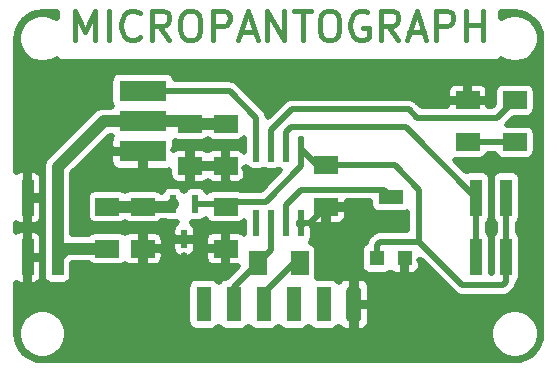
<source format=gbr>
%TF.GenerationSoftware,KiCad,Pcbnew,5.1.10-88a1d61d58~88~ubuntu20.04.1*%
%TF.CreationDate,2021-07-12T17:43:57-04:00*%
%TF.ProjectId,micropantograph,6d696372-6f70-4616-9e74-6f6772617068,rev?*%
%TF.SameCoordinates,Original*%
%TF.FileFunction,Copper,L1,Top*%
%TF.FilePolarity,Positive*%
%FSLAX46Y46*%
G04 Gerber Fmt 4.6, Leading zero omitted, Abs format (unit mm)*
G04 Created by KiCad (PCBNEW 5.1.10-88a1d61d58~88~ubuntu20.04.1) date 2021-07-12 17:43:57*
%MOMM*%
%LPD*%
G01*
G04 APERTURE LIST*
%TA.AperFunction,NonConductor*%
%ADD10C,0.400000*%
%TD*%
%TA.AperFunction,SMDPad,CuDef*%
%ADD11R,1.000000X3.150000*%
%TD*%
%TA.AperFunction,SMDPad,CuDef*%
%ADD12R,2.000000X1.500000*%
%TD*%
%TA.AperFunction,SMDPad,CuDef*%
%ADD13R,1.300000X1.300000*%
%TD*%
%TA.AperFunction,SMDPad,CuDef*%
%ADD14R,2.000000X1.300000*%
%TD*%
%TA.AperFunction,SMDPad,CuDef*%
%ADD15R,1.250000X3.000000*%
%TD*%
%TA.AperFunction,SMDPad,CuDef*%
%ADD16R,1.500000X2.000000*%
%TD*%
%TA.AperFunction,SMDPad,CuDef*%
%ADD17R,0.500000X1.600000*%
%TD*%
%TA.AperFunction,SMDPad,CuDef*%
%ADD18R,0.500000X2.200000*%
%TD*%
%TA.AperFunction,SMDPad,CuDef*%
%ADD19R,4.000000X1.800000*%
%TD*%
%TA.AperFunction,Conductor*%
%ADD20C,0.500000*%
%TD*%
%TA.AperFunction,Conductor*%
%ADD21C,1.000000*%
%TD*%
%TA.AperFunction,Conductor*%
%ADD22C,0.100000*%
%TD*%
G04 APERTURE END LIST*
D10*
X152738095Y-65130952D02*
X152738095Y-62630952D01*
X153571428Y-64416666D01*
X154404761Y-62630952D01*
X154404761Y-65130952D01*
X155595238Y-65130952D02*
X155595238Y-62630952D01*
X158214285Y-64892857D02*
X158095238Y-65011904D01*
X157738095Y-65130952D01*
X157500000Y-65130952D01*
X157142857Y-65011904D01*
X156904761Y-64773809D01*
X156785714Y-64535714D01*
X156666666Y-64059523D01*
X156666666Y-63702380D01*
X156785714Y-63226190D01*
X156904761Y-62988095D01*
X157142857Y-62750000D01*
X157500000Y-62630952D01*
X157738095Y-62630952D01*
X158095238Y-62750000D01*
X158214285Y-62869047D01*
X160714285Y-65130952D02*
X159880952Y-63940476D01*
X159285714Y-65130952D02*
X159285714Y-62630952D01*
X160238095Y-62630952D01*
X160476190Y-62750000D01*
X160595238Y-62869047D01*
X160714285Y-63107142D01*
X160714285Y-63464285D01*
X160595238Y-63702380D01*
X160476190Y-63821428D01*
X160238095Y-63940476D01*
X159285714Y-63940476D01*
X162261904Y-62630952D02*
X162738095Y-62630952D01*
X162976190Y-62750000D01*
X163214285Y-62988095D01*
X163333333Y-63464285D01*
X163333333Y-64297619D01*
X163214285Y-64773809D01*
X162976190Y-65011904D01*
X162738095Y-65130952D01*
X162261904Y-65130952D01*
X162023809Y-65011904D01*
X161785714Y-64773809D01*
X161666666Y-64297619D01*
X161666666Y-63464285D01*
X161785714Y-62988095D01*
X162023809Y-62750000D01*
X162261904Y-62630952D01*
X164404761Y-65130952D02*
X164404761Y-62630952D01*
X165357142Y-62630952D01*
X165595238Y-62750000D01*
X165714285Y-62869047D01*
X165833333Y-63107142D01*
X165833333Y-63464285D01*
X165714285Y-63702380D01*
X165595238Y-63821428D01*
X165357142Y-63940476D01*
X164404761Y-63940476D01*
X166785714Y-64416666D02*
X167976190Y-64416666D01*
X166547619Y-65130952D02*
X167380952Y-62630952D01*
X168214285Y-65130952D01*
X169047619Y-65130952D02*
X169047619Y-62630952D01*
X170476190Y-65130952D01*
X170476190Y-62630952D01*
X171309523Y-62630952D02*
X172738095Y-62630952D01*
X172023809Y-65130952D02*
X172023809Y-62630952D01*
X174047619Y-62630952D02*
X174523809Y-62630952D01*
X174761904Y-62750000D01*
X175000000Y-62988095D01*
X175119047Y-63464285D01*
X175119047Y-64297619D01*
X175000000Y-64773809D01*
X174761904Y-65011904D01*
X174523809Y-65130952D01*
X174047619Y-65130952D01*
X173809523Y-65011904D01*
X173571428Y-64773809D01*
X173452380Y-64297619D01*
X173452380Y-63464285D01*
X173571428Y-62988095D01*
X173809523Y-62750000D01*
X174047619Y-62630952D01*
X177500000Y-62750000D02*
X177261904Y-62630952D01*
X176904761Y-62630952D01*
X176547619Y-62750000D01*
X176309523Y-62988095D01*
X176190476Y-63226190D01*
X176071428Y-63702380D01*
X176071428Y-64059523D01*
X176190476Y-64535714D01*
X176309523Y-64773809D01*
X176547619Y-65011904D01*
X176904761Y-65130952D01*
X177142857Y-65130952D01*
X177500000Y-65011904D01*
X177619047Y-64892857D01*
X177619047Y-64059523D01*
X177142857Y-64059523D01*
X180119047Y-65130952D02*
X179285714Y-63940476D01*
X178690476Y-65130952D02*
X178690476Y-62630952D01*
X179642857Y-62630952D01*
X179880952Y-62750000D01*
X180000000Y-62869047D01*
X180119047Y-63107142D01*
X180119047Y-63464285D01*
X180000000Y-63702380D01*
X179880952Y-63821428D01*
X179642857Y-63940476D01*
X178690476Y-63940476D01*
X181071428Y-64416666D02*
X182261904Y-64416666D01*
X180833333Y-65130952D02*
X181666666Y-62630952D01*
X182500000Y-65130952D01*
X183333333Y-65130952D02*
X183333333Y-62630952D01*
X184285714Y-62630952D01*
X184523809Y-62750000D01*
X184642857Y-62869047D01*
X184761904Y-63107142D01*
X184761904Y-63464285D01*
X184642857Y-63702380D01*
X184523809Y-63821428D01*
X184285714Y-63940476D01*
X183333333Y-63940476D01*
X185833333Y-65130952D02*
X185833333Y-62630952D01*
X185833333Y-63821428D02*
X187261904Y-63821428D01*
X187261904Y-65130952D02*
X187261904Y-62630952D01*
D11*
%TO.P,J2,1*%
%TO.N,VCC*%
X151270000Y-78475000D03*
%TO.P,J2,2*%
X151270000Y-83525000D03*
%TO.P,J2,3*%
%TO.N,GND*%
X148730000Y-78475000D03*
%TO.P,J2,4*%
X148730000Y-83525000D03*
%TD*%
D12*
%TO.P,C3,1*%
%TO.N,VCC*%
X165500000Y-72222000D03*
%TO.P,C3,2*%
%TO.N,GND*%
X165500000Y-75778000D03*
%TD*%
D11*
%TO.P,J3,4*%
%TO.N,Net-(J3-Pad3)*%
X186730000Y-83525000D03*
%TO.P,J3,3*%
X186730000Y-78475000D03*
%TO.P,J3,2*%
%TO.N,+5V*%
X189270000Y-83525000D03*
%TO.P,J3,1*%
X189270000Y-78475000D03*
%TD*%
D13*
%TO.P,RV1,1*%
%TO.N,GND*%
X180650000Y-83600000D03*
D14*
%TO.P,RV1,2*%
%TO.N,Net-(RV1-Pad2)*%
X179500000Y-78400000D03*
D13*
%TO.P,RV1,3*%
%TO.N,+5V*%
X178350000Y-83600000D03*
%TD*%
D12*
%TO.P,C1,1*%
%TO.N,Net-(C1-Pad1)*%
X158500000Y-79222000D03*
%TO.P,C1,2*%
%TO.N,GND*%
X158500000Y-82778000D03*
%TD*%
%TO.P,C2,2*%
%TO.N,GND*%
X165500000Y-82778000D03*
%TO.P,C2,1*%
%TO.N,+5V*%
X165500000Y-79222000D03*
%TD*%
%TO.P,C4,1*%
%TO.N,+5V*%
X174000000Y-75722000D03*
%TO.P,C4,2*%
%TO.N,GND*%
X174000000Y-79278000D03*
%TD*%
%TO.P,C6,1*%
%TO.N,VCC*%
X162500000Y-72222000D03*
%TO.P,C6,2*%
%TO.N,GND*%
X162500000Y-75778000D03*
%TD*%
%TO.P,D1,1*%
%TO.N,Net-(D1-Pad1)*%
X190000000Y-73778000D03*
%TO.P,D1,2*%
%TO.N,Net-(D1-Pad2)*%
X190000000Y-70222000D03*
%TD*%
%TO.P,J5,1*%
%TO.N,GND*%
%TA.AperFunction,SMDPad,CuDef*%
G36*
G01*
X176037500Y-86000000D02*
X176662500Y-86000000D01*
G75*
G02*
X176975000Y-86312500I0J-312500D01*
G01*
X176975000Y-88687500D01*
G75*
G02*
X176662500Y-89000000I-312500J0D01*
G01*
X176037500Y-89000000D01*
G75*
G02*
X175725000Y-88687500I0J312500D01*
G01*
X175725000Y-86312500D01*
G75*
G02*
X176037500Y-86000000I312500J0D01*
G01*
G37*
%TD.AperFunction*%
D15*
%TO.P,J5,2*%
%TO.N,Net-(J5-Pad2)*%
X173810000Y-87500000D03*
%TO.P,J5,3*%
%TO.N,Net-(J5-Pad3)*%
X171270000Y-87500000D03*
%TO.P,J5,4*%
%TO.N,Net-(J5-Pad4)*%
X168730000Y-87500000D03*
%TO.P,J5,5*%
%TO.N,Net-(J5-Pad5)*%
X166190000Y-87500000D03*
%TO.P,J5,6*%
%TO.N,Net-(J5-Pad6)*%
X163650000Y-87500000D03*
%TD*%
D12*
%TO.P,R2,1*%
%TO.N,Net-(D1-Pad1)*%
X186000000Y-73778000D03*
%TO.P,R2,2*%
%TO.N,GND*%
X186000000Y-70222000D03*
%TD*%
D16*
%TO.P,R4,2*%
%TO.N,Net-(J5-Pad5)*%
X168222000Y-84000000D03*
%TO.P,R4,1*%
%TO.N,Net-(J5-Pad4)*%
X171778000Y-84000000D03*
%TD*%
D17*
%TO.P,U1,1*%
%TO.N,+5V*%
X162949960Y-79000000D03*
%TO.P,U1,2*%
%TO.N,Net-(C1-Pad1)*%
X161050040Y-79000000D03*
%TO.P,U1,3*%
%TO.N,GND*%
X162000000Y-82000000D03*
%TD*%
%TO.P,U2,1*%
%TO.N,+5V*%
%TA.AperFunction,SMDPad,CuDef*%
G36*
G01*
X172155000Y-73372860D02*
X172155000Y-75322860D01*
G75*
G02*
X172030000Y-75447860I-125000J0D01*
G01*
X171780000Y-75447860D01*
G75*
G02*
X171655000Y-75322860I0J125000D01*
G01*
X171655000Y-73372860D01*
G75*
G02*
X171780000Y-73247860I125000J0D01*
G01*
X172030000Y-73247860D01*
G75*
G02*
X172155000Y-73372860I0J-125000D01*
G01*
G37*
%TD.AperFunction*%
D18*
%TO.P,U2,2*%
%TO.N,Net-(J3-Pad3)*%
X170642620Y-74347860D03*
%TO.P,U2,3*%
%TO.N,Net-(D1-Pad2)*%
X169375160Y-74347860D03*
%TO.P,U2,4*%
%TO.N,/TCA0_WO1*%
X168105160Y-74347860D03*
%TO.P,U2,5*%
%TO.N,Net-(U2-Pad5)*%
X168095000Y-80652140D03*
%TO.P,U2,6*%
%TO.N,Net-(J5-Pad5)*%
X169365000Y-80652140D03*
%TO.P,U2,7*%
%TO.N,Net-(RV1-Pad2)*%
X170635000Y-80652140D03*
%TO.P,U2,8*%
%TO.N,GND*%
X171905000Y-80652140D03*
%TD*%
D19*
%TO.P,J1,1*%
%TO.N,GND*%
X158500000Y-74540000D03*
%TO.P,J1,2*%
%TO.N,VCC*%
X158500000Y-72000000D03*
%TO.P,J1,3*%
%TO.N,/TCA0_WO1*%
X158500000Y-69460000D03*
%TD*%
D12*
%TO.P,R1,1*%
%TO.N,VCC*%
X155500000Y-82778000D03*
%TO.P,R1,2*%
%TO.N,Net-(C1-Pad1)*%
X155500000Y-79222000D03*
%TD*%
D20*
%TO.N,GND*%
X172625860Y-80652140D02*
X174000000Y-79278000D01*
X171905000Y-80652140D02*
X172625860Y-80652140D01*
%TO.N,Net-(D1-Pad1)*%
X190000000Y-73778000D02*
X186000000Y-73778000D01*
%TO.N,Net-(D1-Pad2)*%
X188499999Y-71722001D02*
X181722001Y-71722001D01*
X190000000Y-70222000D02*
X188499999Y-71722001D01*
X181722001Y-71722001D02*
X181000000Y-71000000D01*
X169375160Y-72747860D02*
X169375160Y-74347860D01*
X171123020Y-71000000D02*
X169375160Y-72747860D01*
X181000000Y-71000000D02*
X171123020Y-71000000D01*
%TO.N,/TCA0_WO1*%
X165838002Y-69460000D02*
X158500000Y-69460000D01*
X168105160Y-71727158D02*
X165838002Y-69460000D01*
X168105160Y-74347860D02*
X168105160Y-71727158D01*
D21*
%TO.N,Net-(C1-Pad1)*%
X160828040Y-79222000D02*
X161050040Y-79000000D01*
X158500000Y-79222000D02*
X160828040Y-79222000D01*
%TO.N,VCC*%
X162278000Y-72000000D02*
X162500000Y-72222000D01*
X158500000Y-72000000D02*
X162278000Y-72000000D01*
X162500000Y-72222000D02*
X165500000Y-72222000D01*
X151270000Y-83525000D02*
X151270000Y-78475000D01*
X155170000Y-72000000D02*
X158500000Y-72000000D01*
X151270000Y-75900000D02*
X155170000Y-72000000D01*
X151270000Y-78475000D02*
X151270000Y-75900000D01*
X152017000Y-82778000D02*
X151270000Y-83525000D01*
X155500000Y-82778000D02*
X152017000Y-82778000D01*
D20*
%TO.N,+5V*%
X173279140Y-75722000D02*
X171905000Y-74347860D01*
X174000000Y-75722000D02*
X173279140Y-75722000D01*
X165278000Y-79000000D02*
X165500000Y-79222000D01*
X162949960Y-79000000D02*
X165278000Y-79000000D01*
X171905000Y-75785482D02*
X171905000Y-74347860D01*
X168888343Y-78802139D02*
X171905000Y-75785482D01*
X165919861Y-78802139D02*
X168888343Y-78802139D01*
X165500000Y-79222000D02*
X165919861Y-78802139D01*
X189270000Y-78475000D02*
X189270000Y-83525000D01*
X178350000Y-82450000D02*
X178350000Y-83600000D01*
X178600001Y-82199999D02*
X178350000Y-82450000D01*
X181900001Y-82199999D02*
X178600001Y-82199999D01*
X185550003Y-85850001D02*
X181900001Y-82199999D01*
X189019999Y-85850001D02*
X185550003Y-85850001D01*
X189270000Y-85600000D02*
X189019999Y-85850001D01*
X189270000Y-83525000D02*
X189270000Y-85600000D01*
X179822002Y-75722000D02*
X174000000Y-75722000D01*
X181900001Y-77799999D02*
X179822002Y-75722000D01*
X181900001Y-82199999D02*
X181900001Y-77799999D01*
%TO.N,Net-(J5-Pad4)*%
X168730000Y-86564998D02*
X168730000Y-87500000D01*
X171294998Y-84000000D02*
X168730000Y-86564998D01*
X171778000Y-84000000D02*
X171294998Y-84000000D01*
%TO.N,Net-(J5-Pad5)*%
X166190000Y-86032000D02*
X168222000Y-84000000D01*
X166190000Y-87500000D02*
X166190000Y-86032000D01*
X169365000Y-82857000D02*
X169365000Y-80652140D01*
X168222000Y-84000000D02*
X169365000Y-82857000D01*
%TO.N,Net-(RV1-Pad2)*%
X178877999Y-77777999D02*
X179500000Y-78400000D01*
X171909141Y-77777999D02*
X178877999Y-77777999D01*
X170635000Y-79052140D02*
X171909141Y-77777999D01*
X170635000Y-80652140D02*
X170635000Y-79052140D01*
%TO.N,Net-(J3-Pad3)*%
X186730000Y-78475000D02*
X186730000Y-83525000D01*
X171039398Y-72497850D02*
X180752850Y-72497850D01*
X170642620Y-74347860D02*
X170642620Y-72894628D01*
X170642620Y-72894628D02*
X171039398Y-72497850D01*
X180752850Y-72497850D02*
X186730000Y-78475000D01*
D21*
%TO.N,Net-(C1-Pad1)*%
X155500000Y-79222000D02*
X158500000Y-79222000D01*
%TD*%
D20*
%TO.N,GND*%
X151192857Y-63271393D02*
X150994723Y-63139004D01*
X150612547Y-62980702D01*
X150206832Y-62900000D01*
X149793168Y-62900000D01*
X149387453Y-62980702D01*
X149005277Y-63139004D01*
X148661328Y-63368823D01*
X148368823Y-63661328D01*
X148139004Y-64005277D01*
X147980702Y-64387453D01*
X147900000Y-64793168D01*
X147900000Y-65206832D01*
X147980702Y-65612547D01*
X148139004Y-65994723D01*
X148368823Y-66338672D01*
X148661328Y-66631177D01*
X149005277Y-66860996D01*
X149387453Y-67019298D01*
X149793168Y-67100000D01*
X150206832Y-67100000D01*
X150612547Y-67019298D01*
X150994723Y-66860996D01*
X151192857Y-66728607D01*
X151192857Y-67000000D01*
X188807143Y-67000000D01*
X188807143Y-66728607D01*
X189005277Y-66860996D01*
X189387453Y-67019298D01*
X189793168Y-67100000D01*
X190206832Y-67100000D01*
X190612547Y-67019298D01*
X190994723Y-66860996D01*
X191338672Y-66631177D01*
X191631177Y-66338672D01*
X191860996Y-65994723D01*
X192019298Y-65612547D01*
X192100000Y-65206832D01*
X192100000Y-64793168D01*
X192019298Y-64387453D01*
X191860996Y-64005277D01*
X191631177Y-63661328D01*
X191338672Y-63368823D01*
X190994723Y-63139004D01*
X190612547Y-62980702D01*
X190206832Y-62900000D01*
X189793168Y-62900000D01*
X189387453Y-62980702D01*
X189005277Y-63139004D01*
X188807143Y-63271393D01*
X188807143Y-62775000D01*
X189962098Y-62775000D01*
X190431448Y-62821021D01*
X190846465Y-62946322D01*
X191229239Y-63149845D01*
X191565192Y-63423842D01*
X191841529Y-63757876D01*
X192047720Y-64139219D01*
X192175915Y-64553349D01*
X192225001Y-65020380D01*
X192225000Y-89962098D01*
X192178980Y-90431447D01*
X192053679Y-90846465D01*
X191850152Y-91229243D01*
X191576159Y-91565191D01*
X191242124Y-91841529D01*
X190860784Y-92047718D01*
X190446650Y-92175915D01*
X189979638Y-92225000D01*
X150037902Y-92225000D01*
X149568553Y-92178980D01*
X149153535Y-92053679D01*
X148770757Y-91850152D01*
X148434809Y-91576159D01*
X148158471Y-91242124D01*
X147952282Y-90860784D01*
X147824085Y-90446650D01*
X147775000Y-89979638D01*
X147775000Y-89793168D01*
X147900000Y-89793168D01*
X147900000Y-90206832D01*
X147980702Y-90612547D01*
X148139004Y-90994723D01*
X148368823Y-91338672D01*
X148661328Y-91631177D01*
X149005277Y-91860996D01*
X149387453Y-92019298D01*
X149793168Y-92100000D01*
X150206832Y-92100000D01*
X150612547Y-92019298D01*
X150994723Y-91860996D01*
X151338672Y-91631177D01*
X151631177Y-91338672D01*
X151860996Y-90994723D01*
X152019298Y-90612547D01*
X152100000Y-90206832D01*
X152100000Y-89793168D01*
X187900000Y-89793168D01*
X187900000Y-90206832D01*
X187980702Y-90612547D01*
X188139004Y-90994723D01*
X188368823Y-91338672D01*
X188661328Y-91631177D01*
X189005277Y-91860996D01*
X189387453Y-92019298D01*
X189793168Y-92100000D01*
X190206832Y-92100000D01*
X190612547Y-92019298D01*
X190994723Y-91860996D01*
X191338672Y-91631177D01*
X191631177Y-91338672D01*
X191860996Y-90994723D01*
X192019298Y-90612547D01*
X192100000Y-90206832D01*
X192100000Y-89793168D01*
X192019298Y-89387453D01*
X191860996Y-89005277D01*
X191631177Y-88661328D01*
X191338672Y-88368823D01*
X190994723Y-88139004D01*
X190612547Y-87980702D01*
X190206832Y-87900000D01*
X189793168Y-87900000D01*
X189387453Y-87980702D01*
X189005277Y-88139004D01*
X188661328Y-88368823D01*
X188368823Y-88661328D01*
X188139004Y-89005277D01*
X187980702Y-89387453D01*
X187900000Y-89793168D01*
X152100000Y-89793168D01*
X152019298Y-89387453D01*
X151860996Y-89005277D01*
X151631177Y-88661328D01*
X151338672Y-88368823D01*
X150994723Y-88139004D01*
X150612547Y-87980702D01*
X150206832Y-87900000D01*
X149793168Y-87900000D01*
X149387453Y-87980702D01*
X149005277Y-88139004D01*
X148661328Y-88368823D01*
X148368823Y-88661328D01*
X148139004Y-89005277D01*
X147980702Y-89387453D01*
X147900000Y-89793168D01*
X147775000Y-89793168D01*
X147775000Y-85696824D01*
X147811306Y-85726620D01*
X147941599Y-85796262D01*
X148082974Y-85839148D01*
X148230000Y-85853629D01*
X148392500Y-85850000D01*
X148580000Y-85662500D01*
X148580000Y-83675000D01*
X148880000Y-83675000D01*
X148880000Y-85662500D01*
X149067500Y-85850000D01*
X149230000Y-85853629D01*
X149377026Y-85839148D01*
X149518401Y-85796262D01*
X149648694Y-85726620D01*
X149762896Y-85632896D01*
X149856620Y-85518694D01*
X149926262Y-85388401D01*
X149969148Y-85247026D01*
X149983629Y-85100000D01*
X149980000Y-83862500D01*
X149792500Y-83675000D01*
X148880000Y-83675000D01*
X148580000Y-83675000D01*
X148560000Y-83675000D01*
X148560000Y-83375000D01*
X148580000Y-83375000D01*
X148580000Y-81387500D01*
X148880000Y-81387500D01*
X148880000Y-83375000D01*
X149792500Y-83375000D01*
X149980000Y-83187500D01*
X149983629Y-81950000D01*
X149969148Y-81802974D01*
X149926262Y-81661599D01*
X149856620Y-81531306D01*
X149762896Y-81417104D01*
X149648694Y-81323380D01*
X149518401Y-81253738D01*
X149377026Y-81210852D01*
X149230000Y-81196371D01*
X149067500Y-81200000D01*
X148880000Y-81387500D01*
X148580000Y-81387500D01*
X148392500Y-81200000D01*
X148230000Y-81196371D01*
X148082974Y-81210852D01*
X147941599Y-81253738D01*
X147811306Y-81323380D01*
X147775000Y-81353176D01*
X147775000Y-80646824D01*
X147811306Y-80676620D01*
X147941599Y-80746262D01*
X148082974Y-80789148D01*
X148230000Y-80803629D01*
X148392500Y-80800000D01*
X148580000Y-80612500D01*
X148580000Y-78625000D01*
X148880000Y-78625000D01*
X148880000Y-80612500D01*
X149067500Y-80800000D01*
X149230000Y-80803629D01*
X149377026Y-80789148D01*
X149518401Y-80746262D01*
X149648694Y-80676620D01*
X149762896Y-80582896D01*
X149856620Y-80468694D01*
X149926262Y-80338401D01*
X149969148Y-80197026D01*
X149983629Y-80050000D01*
X149980000Y-78812500D01*
X149792500Y-78625000D01*
X148880000Y-78625000D01*
X148580000Y-78625000D01*
X148560000Y-78625000D01*
X148560000Y-78325000D01*
X148580000Y-78325000D01*
X148580000Y-76337500D01*
X148880000Y-76337500D01*
X148880000Y-78325000D01*
X149792500Y-78325000D01*
X149980000Y-78137500D01*
X149983629Y-76900000D01*
X149969148Y-76752974D01*
X149926262Y-76611599D01*
X149856620Y-76481306D01*
X149762896Y-76367104D01*
X149648694Y-76273380D01*
X149518401Y-76203738D01*
X149377026Y-76160852D01*
X149230000Y-76146371D01*
X149067500Y-76150000D01*
X148880000Y-76337500D01*
X148580000Y-76337500D01*
X148392500Y-76150000D01*
X148230000Y-76146371D01*
X148082974Y-76160852D01*
X147941599Y-76203738D01*
X147811306Y-76273380D01*
X147775000Y-76303176D01*
X147775000Y-75900000D01*
X150013953Y-75900000D01*
X150020001Y-75961407D01*
X150020001Y-76863159D01*
X150016372Y-76900000D01*
X150016372Y-80050000D01*
X150020001Y-80086842D01*
X150020000Y-81913162D01*
X150016372Y-81950000D01*
X150016372Y-83500439D01*
X150013953Y-83525000D01*
X150016372Y-83549561D01*
X150016372Y-85100000D01*
X150030853Y-85247026D01*
X150073739Y-85388401D01*
X150143381Y-85518693D01*
X150237105Y-85632895D01*
X150351307Y-85726619D01*
X150481599Y-85796261D01*
X150622974Y-85839147D01*
X150770000Y-85853628D01*
X151770000Y-85853628D01*
X151917026Y-85839147D01*
X152058401Y-85796261D01*
X152188693Y-85726619D01*
X152302895Y-85632895D01*
X152396619Y-85518693D01*
X152466261Y-85388401D01*
X152509147Y-85247026D01*
X152523628Y-85100000D01*
X152523628Y-84039138D01*
X152534766Y-84028000D01*
X153940109Y-84028000D01*
X153967105Y-84060895D01*
X154081307Y-84154619D01*
X154211599Y-84224261D01*
X154352974Y-84267147D01*
X154500000Y-84281628D01*
X156500000Y-84281628D01*
X156647026Y-84267147D01*
X156788401Y-84224261D01*
X156918693Y-84154619D01*
X156999999Y-84087892D01*
X157081306Y-84154620D01*
X157211599Y-84224262D01*
X157352974Y-84267148D01*
X157500000Y-84281629D01*
X158162500Y-84278000D01*
X158350000Y-84090500D01*
X158350000Y-82928000D01*
X158650000Y-82928000D01*
X158650000Y-84090500D01*
X158837500Y-84278000D01*
X159500000Y-84281629D01*
X159647026Y-84267148D01*
X159788401Y-84224262D01*
X159918694Y-84154620D01*
X160032896Y-84060896D01*
X160126620Y-83946694D01*
X160196262Y-83816401D01*
X160239148Y-83675026D01*
X160253629Y-83528000D01*
X160250000Y-83115500D01*
X160062500Y-82928000D01*
X158650000Y-82928000D01*
X158350000Y-82928000D01*
X158330000Y-82928000D01*
X158330000Y-82800000D01*
X160996371Y-82800000D01*
X161010852Y-82947026D01*
X161053738Y-83088401D01*
X161123380Y-83218694D01*
X161217104Y-83332896D01*
X161331306Y-83426620D01*
X161461599Y-83496262D01*
X161602974Y-83539148D01*
X161750000Y-83553629D01*
X161812500Y-83550000D01*
X162000000Y-83362500D01*
X162187500Y-83550000D01*
X162250000Y-83553629D01*
X162397026Y-83539148D01*
X162433775Y-83528000D01*
X163746371Y-83528000D01*
X163760852Y-83675026D01*
X163803738Y-83816401D01*
X163873380Y-83946694D01*
X163967104Y-84060896D01*
X164081306Y-84154620D01*
X164211599Y-84224262D01*
X164352974Y-84267148D01*
X164500000Y-84281629D01*
X165162500Y-84278000D01*
X165350000Y-84090500D01*
X165350000Y-82928000D01*
X163937500Y-82928000D01*
X163750000Y-83115500D01*
X163746371Y-83528000D01*
X162433775Y-83528000D01*
X162538401Y-83496262D01*
X162668694Y-83426620D01*
X162782896Y-83332896D01*
X162876620Y-83218694D01*
X162946262Y-83088401D01*
X162989148Y-82947026D01*
X163003629Y-82800000D01*
X163000000Y-82337500D01*
X162812500Y-82150000D01*
X161187500Y-82150000D01*
X161000000Y-82337500D01*
X160996371Y-82800000D01*
X158330000Y-82800000D01*
X158330000Y-82628000D01*
X158350000Y-82628000D01*
X158350000Y-81465500D01*
X158650000Y-81465500D01*
X158650000Y-82628000D01*
X160062500Y-82628000D01*
X160250000Y-82440500D01*
X160253629Y-82028000D01*
X163746371Y-82028000D01*
X163750000Y-82440500D01*
X163937500Y-82628000D01*
X165350000Y-82628000D01*
X165350000Y-81465500D01*
X165162500Y-81278000D01*
X164500000Y-81274371D01*
X164352974Y-81288852D01*
X164211599Y-81331738D01*
X164081306Y-81401380D01*
X163967104Y-81495104D01*
X163873380Y-81609306D01*
X163803738Y-81739599D01*
X163760852Y-81880974D01*
X163746371Y-82028000D01*
X160253629Y-82028000D01*
X160239148Y-81880974D01*
X160196262Y-81739599D01*
X160126620Y-81609306D01*
X160032896Y-81495104D01*
X159918694Y-81401380D01*
X159788401Y-81331738D01*
X159647026Y-81288852D01*
X159500000Y-81274371D01*
X158837500Y-81278000D01*
X158650000Y-81465500D01*
X158350000Y-81465500D01*
X158162500Y-81278000D01*
X157500000Y-81274371D01*
X157352974Y-81288852D01*
X157211599Y-81331738D01*
X157081306Y-81401380D01*
X156999999Y-81468108D01*
X156918693Y-81401381D01*
X156788401Y-81331739D01*
X156647026Y-81288853D01*
X156500000Y-81274372D01*
X154500000Y-81274372D01*
X154352974Y-81288853D01*
X154211599Y-81331739D01*
X154081307Y-81401381D01*
X153967105Y-81495105D01*
X153940109Y-81528000D01*
X152520000Y-81528000D01*
X152520000Y-80086835D01*
X152523628Y-80050000D01*
X152523628Y-76900000D01*
X152520000Y-76863165D01*
X152520000Y-76417766D01*
X153497766Y-75440000D01*
X155746371Y-75440000D01*
X155760852Y-75587026D01*
X155803738Y-75728401D01*
X155873380Y-75858694D01*
X155967104Y-75972896D01*
X156081306Y-76066620D01*
X156211599Y-76136262D01*
X156352974Y-76179148D01*
X156500000Y-76193629D01*
X158162500Y-76190000D01*
X158350000Y-76002500D01*
X158350000Y-74690000D01*
X155937500Y-74690000D01*
X155750000Y-74877500D01*
X155746371Y-75440000D01*
X153497766Y-75440000D01*
X155687767Y-73250000D01*
X155836664Y-73250000D01*
X155847354Y-73269999D01*
X155803738Y-73351599D01*
X155760852Y-73492974D01*
X155746371Y-73640000D01*
X155750000Y-74202500D01*
X155937500Y-74390000D01*
X158350000Y-74390000D01*
X158350000Y-74370000D01*
X158650000Y-74370000D01*
X158650000Y-74390000D01*
X158670000Y-74390000D01*
X158670000Y-74690000D01*
X158650000Y-74690000D01*
X158650000Y-76002500D01*
X158837500Y-76190000D01*
X160500000Y-76193629D01*
X160647026Y-76179148D01*
X160749714Y-76147998D01*
X160746371Y-76528000D01*
X160760852Y-76675026D01*
X160803738Y-76816401D01*
X160873380Y-76946694D01*
X160967104Y-77060896D01*
X161081306Y-77154620D01*
X161211599Y-77224262D01*
X161352974Y-77267148D01*
X161500000Y-77281629D01*
X162162500Y-77278000D01*
X162350000Y-77090500D01*
X162350000Y-75928000D01*
X162650000Y-75928000D01*
X162650000Y-77090500D01*
X162837500Y-77278000D01*
X163500000Y-77281629D01*
X163647026Y-77267148D01*
X163788401Y-77224262D01*
X163918694Y-77154620D01*
X164000000Y-77087893D01*
X164081306Y-77154620D01*
X164211599Y-77224262D01*
X164352974Y-77267148D01*
X164500000Y-77281629D01*
X165162500Y-77278000D01*
X165350000Y-77090500D01*
X165350000Y-75928000D01*
X162650000Y-75928000D01*
X162350000Y-75928000D01*
X162330000Y-75928000D01*
X162330000Y-75628000D01*
X162350000Y-75628000D01*
X162350000Y-74465500D01*
X162650000Y-74465500D01*
X162650000Y-75628000D01*
X165350000Y-75628000D01*
X165350000Y-74465500D01*
X165162500Y-74278000D01*
X164500000Y-74274371D01*
X164352974Y-74288852D01*
X164211599Y-74331738D01*
X164081306Y-74401380D01*
X164000000Y-74468107D01*
X163918694Y-74401380D01*
X163788401Y-74331738D01*
X163647026Y-74288852D01*
X163500000Y-74274371D01*
X162837500Y-74278000D01*
X162650000Y-74465500D01*
X162350000Y-74465500D01*
X162162500Y-74278000D01*
X161500000Y-74274371D01*
X161352974Y-74288852D01*
X161211599Y-74331738D01*
X161102601Y-74389998D01*
X161062502Y-74389998D01*
X161250000Y-74202500D01*
X161253365Y-73680931D01*
X161352974Y-73711147D01*
X161500000Y-73725628D01*
X163500000Y-73725628D01*
X163647026Y-73711147D01*
X163788401Y-73668261D01*
X163918693Y-73598619D01*
X164000000Y-73531891D01*
X164081307Y-73598619D01*
X164211599Y-73668261D01*
X164352974Y-73711147D01*
X164500000Y-73725628D01*
X166500000Y-73725628D01*
X166647026Y-73711147D01*
X166788401Y-73668261D01*
X166918693Y-73598619D01*
X167032895Y-73504895D01*
X167101532Y-73421261D01*
X167101532Y-74578736D01*
X167032896Y-74495104D01*
X166918694Y-74401380D01*
X166788401Y-74331738D01*
X166647026Y-74288852D01*
X166500000Y-74274371D01*
X165837500Y-74278000D01*
X165650000Y-74465500D01*
X165650000Y-75628000D01*
X165670000Y-75628000D01*
X165670000Y-75928000D01*
X165650000Y-75928000D01*
X165650000Y-77090500D01*
X165837500Y-77278000D01*
X166500000Y-77281629D01*
X166647026Y-77267148D01*
X166788401Y-77224262D01*
X166918694Y-77154620D01*
X167032896Y-77060896D01*
X167126620Y-76946694D01*
X167196262Y-76816401D01*
X167239148Y-76675026D01*
X167253629Y-76528000D01*
X167250000Y-76115500D01*
X167062502Y-75928002D01*
X167250000Y-75928002D01*
X167250000Y-75892701D01*
X167322265Y-75980755D01*
X167436467Y-76074479D01*
X167566759Y-76144121D01*
X167708134Y-76187007D01*
X167855160Y-76201488D01*
X168355160Y-76201488D01*
X168502186Y-76187007D01*
X168643561Y-76144121D01*
X168740160Y-76092488D01*
X168836759Y-76144121D01*
X168978134Y-76187007D01*
X169125160Y-76201488D01*
X169625160Y-76201488D01*
X169772186Y-76187007D01*
X169913561Y-76144121D01*
X170008890Y-76093167D01*
X170104219Y-76144121D01*
X170125648Y-76150621D01*
X168474131Y-77802139D01*
X166837792Y-77802139D01*
X166788401Y-77775739D01*
X166647026Y-77732853D01*
X166500000Y-77718372D01*
X164500000Y-77718372D01*
X164352974Y-77732853D01*
X164211599Y-77775739D01*
X164081307Y-77845381D01*
X163967105Y-77939105D01*
X163921443Y-77994744D01*
X163896221Y-77911599D01*
X163826579Y-77781307D01*
X163732855Y-77667105D01*
X163618653Y-77573381D01*
X163488361Y-77503739D01*
X163346986Y-77460853D01*
X163199960Y-77446372D01*
X162699960Y-77446372D01*
X162552934Y-77460853D01*
X162411559Y-77503739D01*
X162281267Y-77573381D01*
X162167065Y-77667105D01*
X162073341Y-77781307D01*
X162003699Y-77911599D01*
X162000000Y-77923793D01*
X161996301Y-77911599D01*
X161926659Y-77781307D01*
X161832935Y-77667105D01*
X161718733Y-77573381D01*
X161588441Y-77503739D01*
X161447066Y-77460853D01*
X161300040Y-77446372D01*
X160800040Y-77446372D01*
X160653014Y-77460853D01*
X160511639Y-77503739D01*
X160381347Y-77573381D01*
X160267145Y-77667105D01*
X160173421Y-77781307D01*
X160103779Y-77911599D01*
X160085456Y-77972000D01*
X160059891Y-77972000D01*
X160032895Y-77939105D01*
X159918693Y-77845381D01*
X159788401Y-77775739D01*
X159647026Y-77732853D01*
X159500000Y-77718372D01*
X157500000Y-77718372D01*
X157352974Y-77732853D01*
X157211599Y-77775739D01*
X157081307Y-77845381D01*
X157000000Y-77912109D01*
X156918693Y-77845381D01*
X156788401Y-77775739D01*
X156647026Y-77732853D01*
X156500000Y-77718372D01*
X154500000Y-77718372D01*
X154352974Y-77732853D01*
X154211599Y-77775739D01*
X154081307Y-77845381D01*
X153967105Y-77939105D01*
X153873381Y-78053307D01*
X153803739Y-78183599D01*
X153760853Y-78324974D01*
X153746372Y-78472000D01*
X153746372Y-79972000D01*
X153760853Y-80119026D01*
X153803739Y-80260401D01*
X153873381Y-80390693D01*
X153967105Y-80504895D01*
X154081307Y-80598619D01*
X154211599Y-80668261D01*
X154352974Y-80711147D01*
X154500000Y-80725628D01*
X156500000Y-80725628D01*
X156647026Y-80711147D01*
X156788401Y-80668261D01*
X156918693Y-80598619D01*
X157000000Y-80531891D01*
X157081307Y-80598619D01*
X157211599Y-80668261D01*
X157352974Y-80711147D01*
X157500000Y-80725628D01*
X159500000Y-80725628D01*
X159647026Y-80711147D01*
X159788401Y-80668261D01*
X159918693Y-80598619D01*
X160032895Y-80504895D01*
X160059891Y-80472000D01*
X160466250Y-80472000D01*
X160511639Y-80496261D01*
X160653014Y-80539147D01*
X160800040Y-80553628D01*
X161300040Y-80553628D01*
X161383671Y-80545391D01*
X161331306Y-80573380D01*
X161217104Y-80667104D01*
X161123380Y-80781306D01*
X161053738Y-80911599D01*
X161010852Y-81052974D01*
X160996371Y-81200000D01*
X161000000Y-81662500D01*
X161187500Y-81850000D01*
X162812500Y-81850000D01*
X163000000Y-81662500D01*
X163003629Y-81200000D01*
X162989148Y-81052974D01*
X162946262Y-80911599D01*
X162876620Y-80781306D01*
X162782896Y-80667104D01*
X162668694Y-80573380D01*
X162616329Y-80545391D01*
X162699960Y-80553628D01*
X163199960Y-80553628D01*
X163346986Y-80539147D01*
X163488361Y-80496261D01*
X163618653Y-80426619D01*
X163732855Y-80332895D01*
X163800665Y-80250269D01*
X163803739Y-80260401D01*
X163873381Y-80390693D01*
X163967105Y-80504895D01*
X164081307Y-80598619D01*
X164211599Y-80668261D01*
X164352974Y-80711147D01*
X164500000Y-80725628D01*
X166500000Y-80725628D01*
X166647026Y-80711147D01*
X166788401Y-80668261D01*
X166918693Y-80598619D01*
X167032895Y-80504895D01*
X167091372Y-80433641D01*
X167091372Y-81566357D01*
X167032896Y-81495104D01*
X166918694Y-81401380D01*
X166788401Y-81331738D01*
X166647026Y-81288852D01*
X166500000Y-81274371D01*
X165837500Y-81278000D01*
X165650000Y-81465500D01*
X165650000Y-82628000D01*
X165670000Y-82628000D01*
X165670000Y-82928000D01*
X165650000Y-82928000D01*
X165650000Y-84090500D01*
X165837500Y-84278000D01*
X166500000Y-84281629D01*
X166529016Y-84278771D01*
X165561024Y-85246764D01*
X165417974Y-85260853D01*
X165276599Y-85303739D01*
X165146307Y-85373381D01*
X165032105Y-85467105D01*
X164938381Y-85581307D01*
X164920000Y-85615696D01*
X164901619Y-85581307D01*
X164807895Y-85467105D01*
X164693693Y-85373381D01*
X164563401Y-85303739D01*
X164422026Y-85260853D01*
X164275000Y-85246372D01*
X163025000Y-85246372D01*
X162877974Y-85260853D01*
X162736599Y-85303739D01*
X162606307Y-85373381D01*
X162492105Y-85467105D01*
X162398381Y-85581307D01*
X162328739Y-85711599D01*
X162285853Y-85852974D01*
X162271372Y-86000000D01*
X162271372Y-89000000D01*
X162285853Y-89147026D01*
X162328739Y-89288401D01*
X162398381Y-89418693D01*
X162492105Y-89532895D01*
X162606307Y-89626619D01*
X162736599Y-89696261D01*
X162877974Y-89739147D01*
X163025000Y-89753628D01*
X164275000Y-89753628D01*
X164422026Y-89739147D01*
X164563401Y-89696261D01*
X164693693Y-89626619D01*
X164807895Y-89532895D01*
X164901619Y-89418693D01*
X164920000Y-89384304D01*
X164938381Y-89418693D01*
X165032105Y-89532895D01*
X165146307Y-89626619D01*
X165276599Y-89696261D01*
X165417974Y-89739147D01*
X165565000Y-89753628D01*
X166815000Y-89753628D01*
X166962026Y-89739147D01*
X167103401Y-89696261D01*
X167233693Y-89626619D01*
X167347895Y-89532895D01*
X167441619Y-89418693D01*
X167460000Y-89384304D01*
X167478381Y-89418693D01*
X167572105Y-89532895D01*
X167686307Y-89626619D01*
X167816599Y-89696261D01*
X167957974Y-89739147D01*
X168105000Y-89753628D01*
X169355000Y-89753628D01*
X169502026Y-89739147D01*
X169643401Y-89696261D01*
X169773693Y-89626619D01*
X169887895Y-89532895D01*
X169981619Y-89418693D01*
X170000000Y-89384304D01*
X170018381Y-89418693D01*
X170112105Y-89532895D01*
X170226307Y-89626619D01*
X170356599Y-89696261D01*
X170497974Y-89739147D01*
X170645000Y-89753628D01*
X171895000Y-89753628D01*
X172042026Y-89739147D01*
X172183401Y-89696261D01*
X172313693Y-89626619D01*
X172427895Y-89532895D01*
X172521619Y-89418693D01*
X172540000Y-89384304D01*
X172558381Y-89418693D01*
X172652105Y-89532895D01*
X172766307Y-89626619D01*
X172896599Y-89696261D01*
X173037974Y-89739147D01*
X173185000Y-89753628D01*
X174435000Y-89753628D01*
X174582026Y-89739147D01*
X174723401Y-89696261D01*
X174853693Y-89626619D01*
X174967895Y-89532895D01*
X175061619Y-89418693D01*
X175079999Y-89384306D01*
X175098380Y-89418694D01*
X175192104Y-89532896D01*
X175306306Y-89626620D01*
X175436599Y-89696262D01*
X175577974Y-89739148D01*
X175725000Y-89753629D01*
X176012500Y-89750000D01*
X176200000Y-89562500D01*
X176200000Y-87650000D01*
X176500000Y-87650000D01*
X176500000Y-89562500D01*
X176687500Y-89750000D01*
X176975000Y-89753629D01*
X177122026Y-89739148D01*
X177263401Y-89696262D01*
X177393694Y-89626620D01*
X177507896Y-89532896D01*
X177601620Y-89418694D01*
X177671262Y-89288401D01*
X177714148Y-89147026D01*
X177728629Y-89000000D01*
X177725000Y-87837500D01*
X177537500Y-87650000D01*
X176500000Y-87650000D01*
X176200000Y-87650000D01*
X176180000Y-87650000D01*
X176180000Y-87350000D01*
X176200000Y-87350000D01*
X176200000Y-85437500D01*
X176500000Y-85437500D01*
X176500000Y-87350000D01*
X177537500Y-87350000D01*
X177725000Y-87162500D01*
X177728629Y-86000000D01*
X177714148Y-85852974D01*
X177671262Y-85711599D01*
X177601620Y-85581306D01*
X177507896Y-85467104D01*
X177393694Y-85373380D01*
X177263401Y-85303738D01*
X177122026Y-85260852D01*
X176975000Y-85246371D01*
X176687500Y-85250000D01*
X176500000Y-85437500D01*
X176200000Y-85437500D01*
X176012500Y-85250000D01*
X175725000Y-85246371D01*
X175577974Y-85260852D01*
X175436599Y-85303738D01*
X175306306Y-85373380D01*
X175192104Y-85467104D01*
X175098380Y-85581306D01*
X175079999Y-85615694D01*
X175061619Y-85581307D01*
X174967895Y-85467105D01*
X174853693Y-85373381D01*
X174723401Y-85303739D01*
X174582026Y-85260853D01*
X174435000Y-85246372D01*
X173237010Y-85246372D01*
X173267147Y-85147026D01*
X173281628Y-85000000D01*
X173281628Y-83000000D01*
X173267147Y-82852974D01*
X173224261Y-82711599D01*
X173154619Y-82581307D01*
X173060895Y-82467105D01*
X172946693Y-82373381D01*
X172816401Y-82303739D01*
X172701221Y-82268799D01*
X172781620Y-82170834D01*
X172851262Y-82040541D01*
X172894148Y-81899166D01*
X172908629Y-81752140D01*
X172905000Y-80989640D01*
X172717502Y-80802142D01*
X172905000Y-80802142D01*
X172905000Y-80772272D01*
X173000000Y-80781629D01*
X173662500Y-80778000D01*
X173850000Y-80590500D01*
X173850000Y-79428000D01*
X174150000Y-79428000D01*
X174150000Y-80590500D01*
X174337500Y-80778000D01*
X175000000Y-80781629D01*
X175147026Y-80767148D01*
X175288401Y-80724262D01*
X175418694Y-80654620D01*
X175532896Y-80560896D01*
X175626620Y-80446694D01*
X175696262Y-80316401D01*
X175739148Y-80175026D01*
X175753629Y-80028000D01*
X175750000Y-79615500D01*
X175562500Y-79428000D01*
X174150000Y-79428000D01*
X173850000Y-79428000D01*
X173830000Y-79428000D01*
X173830000Y-79128000D01*
X173850000Y-79128000D01*
X173850000Y-79108000D01*
X174150000Y-79108000D01*
X174150000Y-79128000D01*
X175562500Y-79128000D01*
X175750000Y-78940500D01*
X175751430Y-78777999D01*
X177746372Y-78777999D01*
X177746372Y-79050000D01*
X177760853Y-79197026D01*
X177803739Y-79338401D01*
X177873381Y-79468693D01*
X177967105Y-79582895D01*
X178081307Y-79676619D01*
X178211599Y-79746261D01*
X178352974Y-79789147D01*
X178500000Y-79803628D01*
X180500000Y-79803628D01*
X180647026Y-79789147D01*
X180788401Y-79746261D01*
X180900002Y-79686610D01*
X180900001Y-81199999D01*
X178649121Y-81199999D01*
X178600001Y-81195161D01*
X178550881Y-81199999D01*
X178403967Y-81214469D01*
X178215466Y-81271650D01*
X178041743Y-81364507D01*
X177889473Y-81489471D01*
X177858155Y-81527632D01*
X177677636Y-81708152D01*
X177639472Y-81739472D01*
X177514508Y-81891742D01*
X177441677Y-82028000D01*
X177421651Y-82065466D01*
X177364470Y-82253966D01*
X177361875Y-82280317D01*
X177281307Y-82323381D01*
X177167105Y-82417105D01*
X177073381Y-82531307D01*
X177003739Y-82661599D01*
X176960853Y-82802974D01*
X176946372Y-82950000D01*
X176946372Y-84250000D01*
X176960853Y-84397026D01*
X177003739Y-84538401D01*
X177073381Y-84668693D01*
X177167105Y-84782895D01*
X177281307Y-84876619D01*
X177411599Y-84946261D01*
X177552974Y-84989147D01*
X177700000Y-85003628D01*
X179000000Y-85003628D01*
X179147026Y-84989147D01*
X179288401Y-84946261D01*
X179418693Y-84876619D01*
X179499999Y-84809892D01*
X179581306Y-84876620D01*
X179711599Y-84946262D01*
X179852974Y-84989148D01*
X180000000Y-85003629D01*
X180312500Y-85000000D01*
X180500000Y-84812500D01*
X180500000Y-83750000D01*
X180480000Y-83750000D01*
X180480000Y-83450000D01*
X180500000Y-83450000D01*
X180500000Y-83430000D01*
X180800000Y-83430000D01*
X180800000Y-83450000D01*
X180820000Y-83450000D01*
X180820000Y-83750000D01*
X180800000Y-83750000D01*
X180800000Y-84812500D01*
X180987500Y-85000000D01*
X181300000Y-85003629D01*
X181447026Y-84989148D01*
X181588401Y-84946262D01*
X181718694Y-84876620D01*
X181832896Y-84782896D01*
X181926620Y-84668694D01*
X181996262Y-84538401D01*
X182039148Y-84397026D01*
X182053629Y-84250000D01*
X182050000Y-83937500D01*
X181862502Y-83750002D01*
X182035792Y-83750002D01*
X184808158Y-86522369D01*
X184839475Y-86560529D01*
X184991745Y-86685493D01*
X185165468Y-86778350D01*
X185353969Y-86835531D01*
X185500883Y-86850001D01*
X185500884Y-86850001D01*
X185550002Y-86854839D01*
X185599120Y-86850001D01*
X188970879Y-86850001D01*
X189019999Y-86854839D01*
X189069119Y-86850001D01*
X189216033Y-86835531D01*
X189404534Y-86778350D01*
X189578257Y-86685493D01*
X189730527Y-86560529D01*
X189761847Y-86522365D01*
X189942367Y-86341846D01*
X189980528Y-86310528D01*
X190105492Y-86158258D01*
X190198349Y-85984535D01*
X190255530Y-85796034D01*
X190268846Y-85660839D01*
X190302895Y-85632895D01*
X190396619Y-85518693D01*
X190466261Y-85388401D01*
X190509147Y-85247026D01*
X190523628Y-85100000D01*
X190523628Y-81950000D01*
X190509147Y-81802974D01*
X190466261Y-81661599D01*
X190396619Y-81531307D01*
X190302895Y-81417105D01*
X190270000Y-81390109D01*
X190270000Y-80609891D01*
X190302895Y-80582895D01*
X190396619Y-80468693D01*
X190466261Y-80338401D01*
X190509147Y-80197026D01*
X190523628Y-80050000D01*
X190523628Y-76900000D01*
X190509147Y-76752974D01*
X190466261Y-76611599D01*
X190396619Y-76481307D01*
X190302895Y-76367105D01*
X190188693Y-76273381D01*
X190058401Y-76203739D01*
X189917026Y-76160853D01*
X189770000Y-76146372D01*
X188770000Y-76146372D01*
X188622974Y-76160853D01*
X188481599Y-76203739D01*
X188351307Y-76273381D01*
X188237105Y-76367105D01*
X188143381Y-76481307D01*
X188073739Y-76611599D01*
X188030853Y-76752974D01*
X188016372Y-76900000D01*
X188016372Y-80050000D01*
X188030853Y-80197026D01*
X188073739Y-80338401D01*
X188143381Y-80468693D01*
X188237105Y-80582895D01*
X188270000Y-80609892D01*
X188270001Y-81390108D01*
X188237105Y-81417105D01*
X188143381Y-81531307D01*
X188073739Y-81661599D01*
X188030853Y-81802974D01*
X188016372Y-81950000D01*
X188016372Y-84850001D01*
X187983628Y-84850001D01*
X187983628Y-81950000D01*
X187969147Y-81802974D01*
X187926261Y-81661599D01*
X187856619Y-81531307D01*
X187762895Y-81417105D01*
X187730000Y-81390109D01*
X187730000Y-80609891D01*
X187762895Y-80582895D01*
X187856619Y-80468693D01*
X187926261Y-80338401D01*
X187969147Y-80197026D01*
X187983628Y-80050000D01*
X187983628Y-76900000D01*
X187969147Y-76752974D01*
X187926261Y-76611599D01*
X187856619Y-76481307D01*
X187762895Y-76367105D01*
X187648693Y-76273381D01*
X187518401Y-76203739D01*
X187377026Y-76160853D01*
X187230000Y-76146372D01*
X186230000Y-76146372D01*
X186082974Y-76160853D01*
X185941599Y-76203739D01*
X185896864Y-76227650D01*
X184945470Y-75276257D01*
X185000000Y-75281628D01*
X187000000Y-75281628D01*
X187147026Y-75267147D01*
X187288401Y-75224261D01*
X187418693Y-75154619D01*
X187532895Y-75060895D01*
X187626619Y-74946693D01*
X187696261Y-74816401D01*
X187707910Y-74778000D01*
X188292090Y-74778000D01*
X188303739Y-74816401D01*
X188373381Y-74946693D01*
X188467105Y-75060895D01*
X188581307Y-75154619D01*
X188711599Y-75224261D01*
X188852974Y-75267147D01*
X189000000Y-75281628D01*
X191000000Y-75281628D01*
X191147026Y-75267147D01*
X191288401Y-75224261D01*
X191418693Y-75154619D01*
X191532895Y-75060895D01*
X191626619Y-74946693D01*
X191696261Y-74816401D01*
X191739147Y-74675026D01*
X191753628Y-74528000D01*
X191753628Y-73028000D01*
X191739147Y-72880974D01*
X191696261Y-72739599D01*
X191626619Y-72609307D01*
X191532895Y-72495105D01*
X191418693Y-72401381D01*
X191288401Y-72331739D01*
X191147026Y-72288853D01*
X191000000Y-72274372D01*
X189361840Y-72274372D01*
X189910585Y-71725628D01*
X191000000Y-71725628D01*
X191147026Y-71711147D01*
X191288401Y-71668261D01*
X191418693Y-71598619D01*
X191532895Y-71504895D01*
X191626619Y-71390693D01*
X191696261Y-71260401D01*
X191739147Y-71119026D01*
X191753628Y-70972000D01*
X191753628Y-69472000D01*
X191739147Y-69324974D01*
X191696261Y-69183599D01*
X191626619Y-69053307D01*
X191532895Y-68939105D01*
X191418693Y-68845381D01*
X191288401Y-68775739D01*
X191147026Y-68732853D01*
X191000000Y-68718372D01*
X189000000Y-68718372D01*
X188852974Y-68732853D01*
X188711599Y-68775739D01*
X188581307Y-68845381D01*
X188467105Y-68939105D01*
X188373381Y-69053307D01*
X188303739Y-69183599D01*
X188260853Y-69324974D01*
X188246372Y-69472000D01*
X188246372Y-70561415D01*
X188085787Y-70722001D01*
X187751430Y-70722001D01*
X187750000Y-70559500D01*
X187562500Y-70372000D01*
X186150000Y-70372000D01*
X186150000Y-70392000D01*
X185850000Y-70392000D01*
X185850000Y-70372000D01*
X184437500Y-70372000D01*
X184250000Y-70559500D01*
X184248570Y-70722001D01*
X182136214Y-70722001D01*
X181741848Y-70327636D01*
X181710528Y-70289472D01*
X181558258Y-70164508D01*
X181384535Y-70071651D01*
X181196034Y-70014470D01*
X181049120Y-70000000D01*
X181000000Y-69995162D01*
X180950880Y-70000000D01*
X171172137Y-70000000D01*
X171123019Y-69995162D01*
X171073901Y-70000000D01*
X171073900Y-70000000D01*
X170926986Y-70014470D01*
X170738485Y-70071651D01*
X170564762Y-70164508D01*
X170412492Y-70289472D01*
X170381175Y-70327632D01*
X169098490Y-71610318D01*
X169090690Y-71531124D01*
X169033509Y-71342623D01*
X168940652Y-71168900D01*
X168847000Y-71054784D01*
X168815688Y-71016630D01*
X168777534Y-70985318D01*
X167264215Y-69472000D01*
X184246371Y-69472000D01*
X184250000Y-69884500D01*
X184437500Y-70072000D01*
X185850000Y-70072000D01*
X185850000Y-68909500D01*
X186150000Y-68909500D01*
X186150000Y-70072000D01*
X187562500Y-70072000D01*
X187750000Y-69884500D01*
X187753629Y-69472000D01*
X187739148Y-69324974D01*
X187696262Y-69183599D01*
X187626620Y-69053306D01*
X187532896Y-68939104D01*
X187418694Y-68845380D01*
X187288401Y-68775738D01*
X187147026Y-68732852D01*
X187000000Y-68718371D01*
X186337500Y-68722000D01*
X186150000Y-68909500D01*
X185850000Y-68909500D01*
X185662500Y-68722000D01*
X185000000Y-68718371D01*
X184852974Y-68732852D01*
X184711599Y-68775738D01*
X184581306Y-68845380D01*
X184467104Y-68939104D01*
X184373380Y-69053306D01*
X184303738Y-69183599D01*
X184260852Y-69324974D01*
X184246371Y-69472000D01*
X167264215Y-69472000D01*
X166579851Y-68787637D01*
X166548530Y-68749472D01*
X166396260Y-68624508D01*
X166222537Y-68531651D01*
X166034036Y-68474470D01*
X165887122Y-68460000D01*
X165838002Y-68455162D01*
X165788882Y-68460000D01*
X161243779Y-68460000D01*
X161239147Y-68412974D01*
X161196261Y-68271599D01*
X161126619Y-68141307D01*
X161032895Y-68027105D01*
X160918693Y-67933381D01*
X160788401Y-67863739D01*
X160647026Y-67820853D01*
X160500000Y-67806372D01*
X156500000Y-67806372D01*
X156352974Y-67820853D01*
X156211599Y-67863739D01*
X156081307Y-67933381D01*
X155967105Y-68027105D01*
X155873381Y-68141307D01*
X155803739Y-68271599D01*
X155760853Y-68412974D01*
X155746372Y-68560000D01*
X155746372Y-70360000D01*
X155760853Y-70507026D01*
X155803739Y-70648401D01*
X155847354Y-70730000D01*
X155836664Y-70750000D01*
X155231398Y-70750000D01*
X155170000Y-70743953D01*
X155108602Y-70750000D01*
X155108595Y-70750000D01*
X154924957Y-70768087D01*
X154689331Y-70839563D01*
X154472177Y-70955634D01*
X154281840Y-71111840D01*
X154242696Y-71159537D01*
X150429538Y-74972696D01*
X150381841Y-75011840D01*
X150225635Y-75202177D01*
X150213831Y-75224261D01*
X150109563Y-75419332D01*
X150038087Y-75654958D01*
X150013953Y-75900000D01*
X147775000Y-75900000D01*
X147775000Y-65037902D01*
X147821021Y-64568552D01*
X147946322Y-64153535D01*
X148149845Y-63770761D01*
X148423842Y-63434808D01*
X148757876Y-63158471D01*
X149139219Y-62952280D01*
X149553349Y-62824085D01*
X150020370Y-62775000D01*
X151192857Y-62775000D01*
X151192857Y-63271393D01*
%TA.AperFunction,Conductor*%
D22*
G36*
X151192857Y-63271393D02*
G01*
X150994723Y-63139004D01*
X150612547Y-62980702D01*
X150206832Y-62900000D01*
X149793168Y-62900000D01*
X149387453Y-62980702D01*
X149005277Y-63139004D01*
X148661328Y-63368823D01*
X148368823Y-63661328D01*
X148139004Y-64005277D01*
X147980702Y-64387453D01*
X147900000Y-64793168D01*
X147900000Y-65206832D01*
X147980702Y-65612547D01*
X148139004Y-65994723D01*
X148368823Y-66338672D01*
X148661328Y-66631177D01*
X149005277Y-66860996D01*
X149387453Y-67019298D01*
X149793168Y-67100000D01*
X150206832Y-67100000D01*
X150612547Y-67019298D01*
X150994723Y-66860996D01*
X151192857Y-66728607D01*
X151192857Y-67000000D01*
X188807143Y-67000000D01*
X188807143Y-66728607D01*
X189005277Y-66860996D01*
X189387453Y-67019298D01*
X189793168Y-67100000D01*
X190206832Y-67100000D01*
X190612547Y-67019298D01*
X190994723Y-66860996D01*
X191338672Y-66631177D01*
X191631177Y-66338672D01*
X191860996Y-65994723D01*
X192019298Y-65612547D01*
X192100000Y-65206832D01*
X192100000Y-64793168D01*
X192019298Y-64387453D01*
X191860996Y-64005277D01*
X191631177Y-63661328D01*
X191338672Y-63368823D01*
X190994723Y-63139004D01*
X190612547Y-62980702D01*
X190206832Y-62900000D01*
X189793168Y-62900000D01*
X189387453Y-62980702D01*
X189005277Y-63139004D01*
X188807143Y-63271393D01*
X188807143Y-62775000D01*
X189962098Y-62775000D01*
X190431448Y-62821021D01*
X190846465Y-62946322D01*
X191229239Y-63149845D01*
X191565192Y-63423842D01*
X191841529Y-63757876D01*
X192047720Y-64139219D01*
X192175915Y-64553349D01*
X192225001Y-65020380D01*
X192225000Y-89962098D01*
X192178980Y-90431447D01*
X192053679Y-90846465D01*
X191850152Y-91229243D01*
X191576159Y-91565191D01*
X191242124Y-91841529D01*
X190860784Y-92047718D01*
X190446650Y-92175915D01*
X189979638Y-92225000D01*
X150037902Y-92225000D01*
X149568553Y-92178980D01*
X149153535Y-92053679D01*
X148770757Y-91850152D01*
X148434809Y-91576159D01*
X148158471Y-91242124D01*
X147952282Y-90860784D01*
X147824085Y-90446650D01*
X147775000Y-89979638D01*
X147775000Y-89793168D01*
X147900000Y-89793168D01*
X147900000Y-90206832D01*
X147980702Y-90612547D01*
X148139004Y-90994723D01*
X148368823Y-91338672D01*
X148661328Y-91631177D01*
X149005277Y-91860996D01*
X149387453Y-92019298D01*
X149793168Y-92100000D01*
X150206832Y-92100000D01*
X150612547Y-92019298D01*
X150994723Y-91860996D01*
X151338672Y-91631177D01*
X151631177Y-91338672D01*
X151860996Y-90994723D01*
X152019298Y-90612547D01*
X152100000Y-90206832D01*
X152100000Y-89793168D01*
X187900000Y-89793168D01*
X187900000Y-90206832D01*
X187980702Y-90612547D01*
X188139004Y-90994723D01*
X188368823Y-91338672D01*
X188661328Y-91631177D01*
X189005277Y-91860996D01*
X189387453Y-92019298D01*
X189793168Y-92100000D01*
X190206832Y-92100000D01*
X190612547Y-92019298D01*
X190994723Y-91860996D01*
X191338672Y-91631177D01*
X191631177Y-91338672D01*
X191860996Y-90994723D01*
X192019298Y-90612547D01*
X192100000Y-90206832D01*
X192100000Y-89793168D01*
X192019298Y-89387453D01*
X191860996Y-89005277D01*
X191631177Y-88661328D01*
X191338672Y-88368823D01*
X190994723Y-88139004D01*
X190612547Y-87980702D01*
X190206832Y-87900000D01*
X189793168Y-87900000D01*
X189387453Y-87980702D01*
X189005277Y-88139004D01*
X188661328Y-88368823D01*
X188368823Y-88661328D01*
X188139004Y-89005277D01*
X187980702Y-89387453D01*
X187900000Y-89793168D01*
X152100000Y-89793168D01*
X152019298Y-89387453D01*
X151860996Y-89005277D01*
X151631177Y-88661328D01*
X151338672Y-88368823D01*
X150994723Y-88139004D01*
X150612547Y-87980702D01*
X150206832Y-87900000D01*
X149793168Y-87900000D01*
X149387453Y-87980702D01*
X149005277Y-88139004D01*
X148661328Y-88368823D01*
X148368823Y-88661328D01*
X148139004Y-89005277D01*
X147980702Y-89387453D01*
X147900000Y-89793168D01*
X147775000Y-89793168D01*
X147775000Y-85696824D01*
X147811306Y-85726620D01*
X147941599Y-85796262D01*
X148082974Y-85839148D01*
X148230000Y-85853629D01*
X148392500Y-85850000D01*
X148580000Y-85662500D01*
X148580000Y-83675000D01*
X148880000Y-83675000D01*
X148880000Y-85662500D01*
X149067500Y-85850000D01*
X149230000Y-85853629D01*
X149377026Y-85839148D01*
X149518401Y-85796262D01*
X149648694Y-85726620D01*
X149762896Y-85632896D01*
X149856620Y-85518694D01*
X149926262Y-85388401D01*
X149969148Y-85247026D01*
X149983629Y-85100000D01*
X149980000Y-83862500D01*
X149792500Y-83675000D01*
X148880000Y-83675000D01*
X148580000Y-83675000D01*
X148560000Y-83675000D01*
X148560000Y-83375000D01*
X148580000Y-83375000D01*
X148580000Y-81387500D01*
X148880000Y-81387500D01*
X148880000Y-83375000D01*
X149792500Y-83375000D01*
X149980000Y-83187500D01*
X149983629Y-81950000D01*
X149969148Y-81802974D01*
X149926262Y-81661599D01*
X149856620Y-81531306D01*
X149762896Y-81417104D01*
X149648694Y-81323380D01*
X149518401Y-81253738D01*
X149377026Y-81210852D01*
X149230000Y-81196371D01*
X149067500Y-81200000D01*
X148880000Y-81387500D01*
X148580000Y-81387500D01*
X148392500Y-81200000D01*
X148230000Y-81196371D01*
X148082974Y-81210852D01*
X147941599Y-81253738D01*
X147811306Y-81323380D01*
X147775000Y-81353176D01*
X147775000Y-80646824D01*
X147811306Y-80676620D01*
X147941599Y-80746262D01*
X148082974Y-80789148D01*
X148230000Y-80803629D01*
X148392500Y-80800000D01*
X148580000Y-80612500D01*
X148580000Y-78625000D01*
X148880000Y-78625000D01*
X148880000Y-80612500D01*
X149067500Y-80800000D01*
X149230000Y-80803629D01*
X149377026Y-80789148D01*
X149518401Y-80746262D01*
X149648694Y-80676620D01*
X149762896Y-80582896D01*
X149856620Y-80468694D01*
X149926262Y-80338401D01*
X149969148Y-80197026D01*
X149983629Y-80050000D01*
X149980000Y-78812500D01*
X149792500Y-78625000D01*
X148880000Y-78625000D01*
X148580000Y-78625000D01*
X148560000Y-78625000D01*
X148560000Y-78325000D01*
X148580000Y-78325000D01*
X148580000Y-76337500D01*
X148880000Y-76337500D01*
X148880000Y-78325000D01*
X149792500Y-78325000D01*
X149980000Y-78137500D01*
X149983629Y-76900000D01*
X149969148Y-76752974D01*
X149926262Y-76611599D01*
X149856620Y-76481306D01*
X149762896Y-76367104D01*
X149648694Y-76273380D01*
X149518401Y-76203738D01*
X149377026Y-76160852D01*
X149230000Y-76146371D01*
X149067500Y-76150000D01*
X148880000Y-76337500D01*
X148580000Y-76337500D01*
X148392500Y-76150000D01*
X148230000Y-76146371D01*
X148082974Y-76160852D01*
X147941599Y-76203738D01*
X147811306Y-76273380D01*
X147775000Y-76303176D01*
X147775000Y-75900000D01*
X150013953Y-75900000D01*
X150020001Y-75961407D01*
X150020001Y-76863159D01*
X150016372Y-76900000D01*
X150016372Y-80050000D01*
X150020001Y-80086842D01*
X150020000Y-81913162D01*
X150016372Y-81950000D01*
X150016372Y-83500439D01*
X150013953Y-83525000D01*
X150016372Y-83549561D01*
X150016372Y-85100000D01*
X150030853Y-85247026D01*
X150073739Y-85388401D01*
X150143381Y-85518693D01*
X150237105Y-85632895D01*
X150351307Y-85726619D01*
X150481599Y-85796261D01*
X150622974Y-85839147D01*
X150770000Y-85853628D01*
X151770000Y-85853628D01*
X151917026Y-85839147D01*
X152058401Y-85796261D01*
X152188693Y-85726619D01*
X152302895Y-85632895D01*
X152396619Y-85518693D01*
X152466261Y-85388401D01*
X152509147Y-85247026D01*
X152523628Y-85100000D01*
X152523628Y-84039138D01*
X152534766Y-84028000D01*
X153940109Y-84028000D01*
X153967105Y-84060895D01*
X154081307Y-84154619D01*
X154211599Y-84224261D01*
X154352974Y-84267147D01*
X154500000Y-84281628D01*
X156500000Y-84281628D01*
X156647026Y-84267147D01*
X156788401Y-84224261D01*
X156918693Y-84154619D01*
X156999999Y-84087892D01*
X157081306Y-84154620D01*
X157211599Y-84224262D01*
X157352974Y-84267148D01*
X157500000Y-84281629D01*
X158162500Y-84278000D01*
X158350000Y-84090500D01*
X158350000Y-82928000D01*
X158650000Y-82928000D01*
X158650000Y-84090500D01*
X158837500Y-84278000D01*
X159500000Y-84281629D01*
X159647026Y-84267148D01*
X159788401Y-84224262D01*
X159918694Y-84154620D01*
X160032896Y-84060896D01*
X160126620Y-83946694D01*
X160196262Y-83816401D01*
X160239148Y-83675026D01*
X160253629Y-83528000D01*
X160250000Y-83115500D01*
X160062500Y-82928000D01*
X158650000Y-82928000D01*
X158350000Y-82928000D01*
X158330000Y-82928000D01*
X158330000Y-82800000D01*
X160996371Y-82800000D01*
X161010852Y-82947026D01*
X161053738Y-83088401D01*
X161123380Y-83218694D01*
X161217104Y-83332896D01*
X161331306Y-83426620D01*
X161461599Y-83496262D01*
X161602974Y-83539148D01*
X161750000Y-83553629D01*
X161812500Y-83550000D01*
X162000000Y-83362500D01*
X162187500Y-83550000D01*
X162250000Y-83553629D01*
X162397026Y-83539148D01*
X162433775Y-83528000D01*
X163746371Y-83528000D01*
X163760852Y-83675026D01*
X163803738Y-83816401D01*
X163873380Y-83946694D01*
X163967104Y-84060896D01*
X164081306Y-84154620D01*
X164211599Y-84224262D01*
X164352974Y-84267148D01*
X164500000Y-84281629D01*
X165162500Y-84278000D01*
X165350000Y-84090500D01*
X165350000Y-82928000D01*
X163937500Y-82928000D01*
X163750000Y-83115500D01*
X163746371Y-83528000D01*
X162433775Y-83528000D01*
X162538401Y-83496262D01*
X162668694Y-83426620D01*
X162782896Y-83332896D01*
X162876620Y-83218694D01*
X162946262Y-83088401D01*
X162989148Y-82947026D01*
X163003629Y-82800000D01*
X163000000Y-82337500D01*
X162812500Y-82150000D01*
X161187500Y-82150000D01*
X161000000Y-82337500D01*
X160996371Y-82800000D01*
X158330000Y-82800000D01*
X158330000Y-82628000D01*
X158350000Y-82628000D01*
X158350000Y-81465500D01*
X158650000Y-81465500D01*
X158650000Y-82628000D01*
X160062500Y-82628000D01*
X160250000Y-82440500D01*
X160253629Y-82028000D01*
X163746371Y-82028000D01*
X163750000Y-82440500D01*
X163937500Y-82628000D01*
X165350000Y-82628000D01*
X165350000Y-81465500D01*
X165162500Y-81278000D01*
X164500000Y-81274371D01*
X164352974Y-81288852D01*
X164211599Y-81331738D01*
X164081306Y-81401380D01*
X163967104Y-81495104D01*
X163873380Y-81609306D01*
X163803738Y-81739599D01*
X163760852Y-81880974D01*
X163746371Y-82028000D01*
X160253629Y-82028000D01*
X160239148Y-81880974D01*
X160196262Y-81739599D01*
X160126620Y-81609306D01*
X160032896Y-81495104D01*
X159918694Y-81401380D01*
X159788401Y-81331738D01*
X159647026Y-81288852D01*
X159500000Y-81274371D01*
X158837500Y-81278000D01*
X158650000Y-81465500D01*
X158350000Y-81465500D01*
X158162500Y-81278000D01*
X157500000Y-81274371D01*
X157352974Y-81288852D01*
X157211599Y-81331738D01*
X157081306Y-81401380D01*
X156999999Y-81468108D01*
X156918693Y-81401381D01*
X156788401Y-81331739D01*
X156647026Y-81288853D01*
X156500000Y-81274372D01*
X154500000Y-81274372D01*
X154352974Y-81288853D01*
X154211599Y-81331739D01*
X154081307Y-81401381D01*
X153967105Y-81495105D01*
X153940109Y-81528000D01*
X152520000Y-81528000D01*
X152520000Y-80086835D01*
X152523628Y-80050000D01*
X152523628Y-76900000D01*
X152520000Y-76863165D01*
X152520000Y-76417766D01*
X153497766Y-75440000D01*
X155746371Y-75440000D01*
X155760852Y-75587026D01*
X155803738Y-75728401D01*
X155873380Y-75858694D01*
X155967104Y-75972896D01*
X156081306Y-76066620D01*
X156211599Y-76136262D01*
X156352974Y-76179148D01*
X156500000Y-76193629D01*
X158162500Y-76190000D01*
X158350000Y-76002500D01*
X158350000Y-74690000D01*
X155937500Y-74690000D01*
X155750000Y-74877500D01*
X155746371Y-75440000D01*
X153497766Y-75440000D01*
X155687767Y-73250000D01*
X155836664Y-73250000D01*
X155847354Y-73269999D01*
X155803738Y-73351599D01*
X155760852Y-73492974D01*
X155746371Y-73640000D01*
X155750000Y-74202500D01*
X155937500Y-74390000D01*
X158350000Y-74390000D01*
X158350000Y-74370000D01*
X158650000Y-74370000D01*
X158650000Y-74390000D01*
X158670000Y-74390000D01*
X158670000Y-74690000D01*
X158650000Y-74690000D01*
X158650000Y-76002500D01*
X158837500Y-76190000D01*
X160500000Y-76193629D01*
X160647026Y-76179148D01*
X160749714Y-76147998D01*
X160746371Y-76528000D01*
X160760852Y-76675026D01*
X160803738Y-76816401D01*
X160873380Y-76946694D01*
X160967104Y-77060896D01*
X161081306Y-77154620D01*
X161211599Y-77224262D01*
X161352974Y-77267148D01*
X161500000Y-77281629D01*
X162162500Y-77278000D01*
X162350000Y-77090500D01*
X162350000Y-75928000D01*
X162650000Y-75928000D01*
X162650000Y-77090500D01*
X162837500Y-77278000D01*
X163500000Y-77281629D01*
X163647026Y-77267148D01*
X163788401Y-77224262D01*
X163918694Y-77154620D01*
X164000000Y-77087893D01*
X164081306Y-77154620D01*
X164211599Y-77224262D01*
X164352974Y-77267148D01*
X164500000Y-77281629D01*
X165162500Y-77278000D01*
X165350000Y-77090500D01*
X165350000Y-75928000D01*
X162650000Y-75928000D01*
X162350000Y-75928000D01*
X162330000Y-75928000D01*
X162330000Y-75628000D01*
X162350000Y-75628000D01*
X162350000Y-74465500D01*
X162650000Y-74465500D01*
X162650000Y-75628000D01*
X165350000Y-75628000D01*
X165350000Y-74465500D01*
X165162500Y-74278000D01*
X164500000Y-74274371D01*
X164352974Y-74288852D01*
X164211599Y-74331738D01*
X164081306Y-74401380D01*
X164000000Y-74468107D01*
X163918694Y-74401380D01*
X163788401Y-74331738D01*
X163647026Y-74288852D01*
X163500000Y-74274371D01*
X162837500Y-74278000D01*
X162650000Y-74465500D01*
X162350000Y-74465500D01*
X162162500Y-74278000D01*
X161500000Y-74274371D01*
X161352974Y-74288852D01*
X161211599Y-74331738D01*
X161102601Y-74389998D01*
X161062502Y-74389998D01*
X161250000Y-74202500D01*
X161253365Y-73680931D01*
X161352974Y-73711147D01*
X161500000Y-73725628D01*
X163500000Y-73725628D01*
X163647026Y-73711147D01*
X163788401Y-73668261D01*
X163918693Y-73598619D01*
X164000000Y-73531891D01*
X164081307Y-73598619D01*
X164211599Y-73668261D01*
X164352974Y-73711147D01*
X164500000Y-73725628D01*
X166500000Y-73725628D01*
X166647026Y-73711147D01*
X166788401Y-73668261D01*
X166918693Y-73598619D01*
X167032895Y-73504895D01*
X167101532Y-73421261D01*
X167101532Y-74578736D01*
X167032896Y-74495104D01*
X166918694Y-74401380D01*
X166788401Y-74331738D01*
X166647026Y-74288852D01*
X166500000Y-74274371D01*
X165837500Y-74278000D01*
X165650000Y-74465500D01*
X165650000Y-75628000D01*
X165670000Y-75628000D01*
X165670000Y-75928000D01*
X165650000Y-75928000D01*
X165650000Y-77090500D01*
X165837500Y-77278000D01*
X166500000Y-77281629D01*
X166647026Y-77267148D01*
X166788401Y-77224262D01*
X166918694Y-77154620D01*
X167032896Y-77060896D01*
X167126620Y-76946694D01*
X167196262Y-76816401D01*
X167239148Y-76675026D01*
X167253629Y-76528000D01*
X167250000Y-76115500D01*
X167062502Y-75928002D01*
X167250000Y-75928002D01*
X167250000Y-75892701D01*
X167322265Y-75980755D01*
X167436467Y-76074479D01*
X167566759Y-76144121D01*
X167708134Y-76187007D01*
X167855160Y-76201488D01*
X168355160Y-76201488D01*
X168502186Y-76187007D01*
X168643561Y-76144121D01*
X168740160Y-76092488D01*
X168836759Y-76144121D01*
X168978134Y-76187007D01*
X169125160Y-76201488D01*
X169625160Y-76201488D01*
X169772186Y-76187007D01*
X169913561Y-76144121D01*
X170008890Y-76093167D01*
X170104219Y-76144121D01*
X170125648Y-76150621D01*
X168474131Y-77802139D01*
X166837792Y-77802139D01*
X166788401Y-77775739D01*
X166647026Y-77732853D01*
X166500000Y-77718372D01*
X164500000Y-77718372D01*
X164352974Y-77732853D01*
X164211599Y-77775739D01*
X164081307Y-77845381D01*
X163967105Y-77939105D01*
X163921443Y-77994744D01*
X163896221Y-77911599D01*
X163826579Y-77781307D01*
X163732855Y-77667105D01*
X163618653Y-77573381D01*
X163488361Y-77503739D01*
X163346986Y-77460853D01*
X163199960Y-77446372D01*
X162699960Y-77446372D01*
X162552934Y-77460853D01*
X162411559Y-77503739D01*
X162281267Y-77573381D01*
X162167065Y-77667105D01*
X162073341Y-77781307D01*
X162003699Y-77911599D01*
X162000000Y-77923793D01*
X161996301Y-77911599D01*
X161926659Y-77781307D01*
X161832935Y-77667105D01*
X161718733Y-77573381D01*
X161588441Y-77503739D01*
X161447066Y-77460853D01*
X161300040Y-77446372D01*
X160800040Y-77446372D01*
X160653014Y-77460853D01*
X160511639Y-77503739D01*
X160381347Y-77573381D01*
X160267145Y-77667105D01*
X160173421Y-77781307D01*
X160103779Y-77911599D01*
X160085456Y-77972000D01*
X160059891Y-77972000D01*
X160032895Y-77939105D01*
X159918693Y-77845381D01*
X159788401Y-77775739D01*
X159647026Y-77732853D01*
X159500000Y-77718372D01*
X157500000Y-77718372D01*
X157352974Y-77732853D01*
X157211599Y-77775739D01*
X157081307Y-77845381D01*
X157000000Y-77912109D01*
X156918693Y-77845381D01*
X156788401Y-77775739D01*
X156647026Y-77732853D01*
X156500000Y-77718372D01*
X154500000Y-77718372D01*
X154352974Y-77732853D01*
X154211599Y-77775739D01*
X154081307Y-77845381D01*
X153967105Y-77939105D01*
X153873381Y-78053307D01*
X153803739Y-78183599D01*
X153760853Y-78324974D01*
X153746372Y-78472000D01*
X153746372Y-79972000D01*
X153760853Y-80119026D01*
X153803739Y-80260401D01*
X153873381Y-80390693D01*
X153967105Y-80504895D01*
X154081307Y-80598619D01*
X154211599Y-80668261D01*
X154352974Y-80711147D01*
X154500000Y-80725628D01*
X156500000Y-80725628D01*
X156647026Y-80711147D01*
X156788401Y-80668261D01*
X156918693Y-80598619D01*
X157000000Y-80531891D01*
X157081307Y-80598619D01*
X157211599Y-80668261D01*
X157352974Y-80711147D01*
X157500000Y-80725628D01*
X159500000Y-80725628D01*
X159647026Y-80711147D01*
X159788401Y-80668261D01*
X159918693Y-80598619D01*
X160032895Y-80504895D01*
X160059891Y-80472000D01*
X160466250Y-80472000D01*
X160511639Y-80496261D01*
X160653014Y-80539147D01*
X160800040Y-80553628D01*
X161300040Y-80553628D01*
X161383671Y-80545391D01*
X161331306Y-80573380D01*
X161217104Y-80667104D01*
X161123380Y-80781306D01*
X161053738Y-80911599D01*
X161010852Y-81052974D01*
X160996371Y-81200000D01*
X161000000Y-81662500D01*
X161187500Y-81850000D01*
X162812500Y-81850000D01*
X163000000Y-81662500D01*
X163003629Y-81200000D01*
X162989148Y-81052974D01*
X162946262Y-80911599D01*
X162876620Y-80781306D01*
X162782896Y-80667104D01*
X162668694Y-80573380D01*
X162616329Y-80545391D01*
X162699960Y-80553628D01*
X163199960Y-80553628D01*
X163346986Y-80539147D01*
X163488361Y-80496261D01*
X163618653Y-80426619D01*
X163732855Y-80332895D01*
X163800665Y-80250269D01*
X163803739Y-80260401D01*
X163873381Y-80390693D01*
X163967105Y-80504895D01*
X164081307Y-80598619D01*
X164211599Y-80668261D01*
X164352974Y-80711147D01*
X164500000Y-80725628D01*
X166500000Y-80725628D01*
X166647026Y-80711147D01*
X166788401Y-80668261D01*
X166918693Y-80598619D01*
X167032895Y-80504895D01*
X167091372Y-80433641D01*
X167091372Y-81566357D01*
X167032896Y-81495104D01*
X166918694Y-81401380D01*
X166788401Y-81331738D01*
X166647026Y-81288852D01*
X166500000Y-81274371D01*
X165837500Y-81278000D01*
X165650000Y-81465500D01*
X165650000Y-82628000D01*
X165670000Y-82628000D01*
X165670000Y-82928000D01*
X165650000Y-82928000D01*
X165650000Y-84090500D01*
X165837500Y-84278000D01*
X166500000Y-84281629D01*
X166529016Y-84278771D01*
X165561024Y-85246764D01*
X165417974Y-85260853D01*
X165276599Y-85303739D01*
X165146307Y-85373381D01*
X165032105Y-85467105D01*
X164938381Y-85581307D01*
X164920000Y-85615696D01*
X164901619Y-85581307D01*
X164807895Y-85467105D01*
X164693693Y-85373381D01*
X164563401Y-85303739D01*
X164422026Y-85260853D01*
X164275000Y-85246372D01*
X163025000Y-85246372D01*
X162877974Y-85260853D01*
X162736599Y-85303739D01*
X162606307Y-85373381D01*
X162492105Y-85467105D01*
X162398381Y-85581307D01*
X162328739Y-85711599D01*
X162285853Y-85852974D01*
X162271372Y-86000000D01*
X162271372Y-89000000D01*
X162285853Y-89147026D01*
X162328739Y-89288401D01*
X162398381Y-89418693D01*
X162492105Y-89532895D01*
X162606307Y-89626619D01*
X162736599Y-89696261D01*
X162877974Y-89739147D01*
X163025000Y-89753628D01*
X164275000Y-89753628D01*
X164422026Y-89739147D01*
X164563401Y-89696261D01*
X164693693Y-89626619D01*
X164807895Y-89532895D01*
X164901619Y-89418693D01*
X164920000Y-89384304D01*
X164938381Y-89418693D01*
X165032105Y-89532895D01*
X165146307Y-89626619D01*
X165276599Y-89696261D01*
X165417974Y-89739147D01*
X165565000Y-89753628D01*
X166815000Y-89753628D01*
X166962026Y-89739147D01*
X167103401Y-89696261D01*
X167233693Y-89626619D01*
X167347895Y-89532895D01*
X167441619Y-89418693D01*
X167460000Y-89384304D01*
X167478381Y-89418693D01*
X167572105Y-89532895D01*
X167686307Y-89626619D01*
X167816599Y-89696261D01*
X167957974Y-89739147D01*
X168105000Y-89753628D01*
X169355000Y-89753628D01*
X169502026Y-89739147D01*
X169643401Y-89696261D01*
X169773693Y-89626619D01*
X169887895Y-89532895D01*
X169981619Y-89418693D01*
X170000000Y-89384304D01*
X170018381Y-89418693D01*
X170112105Y-89532895D01*
X170226307Y-89626619D01*
X170356599Y-89696261D01*
X170497974Y-89739147D01*
X170645000Y-89753628D01*
X171895000Y-89753628D01*
X172042026Y-89739147D01*
X172183401Y-89696261D01*
X172313693Y-89626619D01*
X172427895Y-89532895D01*
X172521619Y-89418693D01*
X172540000Y-89384304D01*
X172558381Y-89418693D01*
X172652105Y-89532895D01*
X172766307Y-89626619D01*
X172896599Y-89696261D01*
X173037974Y-89739147D01*
X173185000Y-89753628D01*
X174435000Y-89753628D01*
X174582026Y-89739147D01*
X174723401Y-89696261D01*
X174853693Y-89626619D01*
X174967895Y-89532895D01*
X175061619Y-89418693D01*
X175079999Y-89384306D01*
X175098380Y-89418694D01*
X175192104Y-89532896D01*
X175306306Y-89626620D01*
X175436599Y-89696262D01*
X175577974Y-89739148D01*
X175725000Y-89753629D01*
X176012500Y-89750000D01*
X176200000Y-89562500D01*
X176200000Y-87650000D01*
X176500000Y-87650000D01*
X176500000Y-89562500D01*
X176687500Y-89750000D01*
X176975000Y-89753629D01*
X177122026Y-89739148D01*
X177263401Y-89696262D01*
X177393694Y-89626620D01*
X177507896Y-89532896D01*
X177601620Y-89418694D01*
X177671262Y-89288401D01*
X177714148Y-89147026D01*
X177728629Y-89000000D01*
X177725000Y-87837500D01*
X177537500Y-87650000D01*
X176500000Y-87650000D01*
X176200000Y-87650000D01*
X176180000Y-87650000D01*
X176180000Y-87350000D01*
X176200000Y-87350000D01*
X176200000Y-85437500D01*
X176500000Y-85437500D01*
X176500000Y-87350000D01*
X177537500Y-87350000D01*
X177725000Y-87162500D01*
X177728629Y-86000000D01*
X177714148Y-85852974D01*
X177671262Y-85711599D01*
X177601620Y-85581306D01*
X177507896Y-85467104D01*
X177393694Y-85373380D01*
X177263401Y-85303738D01*
X177122026Y-85260852D01*
X176975000Y-85246371D01*
X176687500Y-85250000D01*
X176500000Y-85437500D01*
X176200000Y-85437500D01*
X176012500Y-85250000D01*
X175725000Y-85246371D01*
X175577974Y-85260852D01*
X175436599Y-85303738D01*
X175306306Y-85373380D01*
X175192104Y-85467104D01*
X175098380Y-85581306D01*
X175079999Y-85615694D01*
X175061619Y-85581307D01*
X174967895Y-85467105D01*
X174853693Y-85373381D01*
X174723401Y-85303739D01*
X174582026Y-85260853D01*
X174435000Y-85246372D01*
X173237010Y-85246372D01*
X173267147Y-85147026D01*
X173281628Y-85000000D01*
X173281628Y-83000000D01*
X173267147Y-82852974D01*
X173224261Y-82711599D01*
X173154619Y-82581307D01*
X173060895Y-82467105D01*
X172946693Y-82373381D01*
X172816401Y-82303739D01*
X172701221Y-82268799D01*
X172781620Y-82170834D01*
X172851262Y-82040541D01*
X172894148Y-81899166D01*
X172908629Y-81752140D01*
X172905000Y-80989640D01*
X172717502Y-80802142D01*
X172905000Y-80802142D01*
X172905000Y-80772272D01*
X173000000Y-80781629D01*
X173662500Y-80778000D01*
X173850000Y-80590500D01*
X173850000Y-79428000D01*
X174150000Y-79428000D01*
X174150000Y-80590500D01*
X174337500Y-80778000D01*
X175000000Y-80781629D01*
X175147026Y-80767148D01*
X175288401Y-80724262D01*
X175418694Y-80654620D01*
X175532896Y-80560896D01*
X175626620Y-80446694D01*
X175696262Y-80316401D01*
X175739148Y-80175026D01*
X175753629Y-80028000D01*
X175750000Y-79615500D01*
X175562500Y-79428000D01*
X174150000Y-79428000D01*
X173850000Y-79428000D01*
X173830000Y-79428000D01*
X173830000Y-79128000D01*
X173850000Y-79128000D01*
X173850000Y-79108000D01*
X174150000Y-79108000D01*
X174150000Y-79128000D01*
X175562500Y-79128000D01*
X175750000Y-78940500D01*
X175751430Y-78777999D01*
X177746372Y-78777999D01*
X177746372Y-79050000D01*
X177760853Y-79197026D01*
X177803739Y-79338401D01*
X177873381Y-79468693D01*
X177967105Y-79582895D01*
X178081307Y-79676619D01*
X178211599Y-79746261D01*
X178352974Y-79789147D01*
X178500000Y-79803628D01*
X180500000Y-79803628D01*
X180647026Y-79789147D01*
X180788401Y-79746261D01*
X180900002Y-79686610D01*
X180900001Y-81199999D01*
X178649121Y-81199999D01*
X178600001Y-81195161D01*
X178550881Y-81199999D01*
X178403967Y-81214469D01*
X178215466Y-81271650D01*
X178041743Y-81364507D01*
X177889473Y-81489471D01*
X177858155Y-81527632D01*
X177677636Y-81708152D01*
X177639472Y-81739472D01*
X177514508Y-81891742D01*
X177441677Y-82028000D01*
X177421651Y-82065466D01*
X177364470Y-82253966D01*
X177361875Y-82280317D01*
X177281307Y-82323381D01*
X177167105Y-82417105D01*
X177073381Y-82531307D01*
X177003739Y-82661599D01*
X176960853Y-82802974D01*
X176946372Y-82950000D01*
X176946372Y-84250000D01*
X176960853Y-84397026D01*
X177003739Y-84538401D01*
X177073381Y-84668693D01*
X177167105Y-84782895D01*
X177281307Y-84876619D01*
X177411599Y-84946261D01*
X177552974Y-84989147D01*
X177700000Y-85003628D01*
X179000000Y-85003628D01*
X179147026Y-84989147D01*
X179288401Y-84946261D01*
X179418693Y-84876619D01*
X179499999Y-84809892D01*
X179581306Y-84876620D01*
X179711599Y-84946262D01*
X179852974Y-84989148D01*
X180000000Y-85003629D01*
X180312500Y-85000000D01*
X180500000Y-84812500D01*
X180500000Y-83750000D01*
X180480000Y-83750000D01*
X180480000Y-83450000D01*
X180500000Y-83450000D01*
X180500000Y-83430000D01*
X180800000Y-83430000D01*
X180800000Y-83450000D01*
X180820000Y-83450000D01*
X180820000Y-83750000D01*
X180800000Y-83750000D01*
X180800000Y-84812500D01*
X180987500Y-85000000D01*
X181300000Y-85003629D01*
X181447026Y-84989148D01*
X181588401Y-84946262D01*
X181718694Y-84876620D01*
X181832896Y-84782896D01*
X181926620Y-84668694D01*
X181996262Y-84538401D01*
X182039148Y-84397026D01*
X182053629Y-84250000D01*
X182050000Y-83937500D01*
X181862502Y-83750002D01*
X182035792Y-83750002D01*
X184808158Y-86522369D01*
X184839475Y-86560529D01*
X184991745Y-86685493D01*
X185165468Y-86778350D01*
X185353969Y-86835531D01*
X185500883Y-86850001D01*
X185500884Y-86850001D01*
X185550002Y-86854839D01*
X185599120Y-86850001D01*
X188970879Y-86850001D01*
X189019999Y-86854839D01*
X189069119Y-86850001D01*
X189216033Y-86835531D01*
X189404534Y-86778350D01*
X189578257Y-86685493D01*
X189730527Y-86560529D01*
X189761847Y-86522365D01*
X189942367Y-86341846D01*
X189980528Y-86310528D01*
X190105492Y-86158258D01*
X190198349Y-85984535D01*
X190255530Y-85796034D01*
X190268846Y-85660839D01*
X190302895Y-85632895D01*
X190396619Y-85518693D01*
X190466261Y-85388401D01*
X190509147Y-85247026D01*
X190523628Y-85100000D01*
X190523628Y-81950000D01*
X190509147Y-81802974D01*
X190466261Y-81661599D01*
X190396619Y-81531307D01*
X190302895Y-81417105D01*
X190270000Y-81390109D01*
X190270000Y-80609891D01*
X190302895Y-80582895D01*
X190396619Y-80468693D01*
X190466261Y-80338401D01*
X190509147Y-80197026D01*
X190523628Y-80050000D01*
X190523628Y-76900000D01*
X190509147Y-76752974D01*
X190466261Y-76611599D01*
X190396619Y-76481307D01*
X190302895Y-76367105D01*
X190188693Y-76273381D01*
X190058401Y-76203739D01*
X189917026Y-76160853D01*
X189770000Y-76146372D01*
X188770000Y-76146372D01*
X188622974Y-76160853D01*
X188481599Y-76203739D01*
X188351307Y-76273381D01*
X188237105Y-76367105D01*
X188143381Y-76481307D01*
X188073739Y-76611599D01*
X188030853Y-76752974D01*
X188016372Y-76900000D01*
X188016372Y-80050000D01*
X188030853Y-80197026D01*
X188073739Y-80338401D01*
X188143381Y-80468693D01*
X188237105Y-80582895D01*
X188270000Y-80609892D01*
X188270001Y-81390108D01*
X188237105Y-81417105D01*
X188143381Y-81531307D01*
X188073739Y-81661599D01*
X188030853Y-81802974D01*
X188016372Y-81950000D01*
X188016372Y-84850001D01*
X187983628Y-84850001D01*
X187983628Y-81950000D01*
X187969147Y-81802974D01*
X187926261Y-81661599D01*
X187856619Y-81531307D01*
X187762895Y-81417105D01*
X187730000Y-81390109D01*
X187730000Y-80609891D01*
X187762895Y-80582895D01*
X187856619Y-80468693D01*
X187926261Y-80338401D01*
X187969147Y-80197026D01*
X187983628Y-80050000D01*
X187983628Y-76900000D01*
X187969147Y-76752974D01*
X187926261Y-76611599D01*
X187856619Y-76481307D01*
X187762895Y-76367105D01*
X187648693Y-76273381D01*
X187518401Y-76203739D01*
X187377026Y-76160853D01*
X187230000Y-76146372D01*
X186230000Y-76146372D01*
X186082974Y-76160853D01*
X185941599Y-76203739D01*
X185896864Y-76227650D01*
X184945470Y-75276257D01*
X185000000Y-75281628D01*
X187000000Y-75281628D01*
X187147026Y-75267147D01*
X187288401Y-75224261D01*
X187418693Y-75154619D01*
X187532895Y-75060895D01*
X187626619Y-74946693D01*
X187696261Y-74816401D01*
X187707910Y-74778000D01*
X188292090Y-74778000D01*
X188303739Y-74816401D01*
X188373381Y-74946693D01*
X188467105Y-75060895D01*
X188581307Y-75154619D01*
X188711599Y-75224261D01*
X188852974Y-75267147D01*
X189000000Y-75281628D01*
X191000000Y-75281628D01*
X191147026Y-75267147D01*
X191288401Y-75224261D01*
X191418693Y-75154619D01*
X191532895Y-75060895D01*
X191626619Y-74946693D01*
X191696261Y-74816401D01*
X191739147Y-74675026D01*
X191753628Y-74528000D01*
X191753628Y-73028000D01*
X191739147Y-72880974D01*
X191696261Y-72739599D01*
X191626619Y-72609307D01*
X191532895Y-72495105D01*
X191418693Y-72401381D01*
X191288401Y-72331739D01*
X191147026Y-72288853D01*
X191000000Y-72274372D01*
X189361840Y-72274372D01*
X189910585Y-71725628D01*
X191000000Y-71725628D01*
X191147026Y-71711147D01*
X191288401Y-71668261D01*
X191418693Y-71598619D01*
X191532895Y-71504895D01*
X191626619Y-71390693D01*
X191696261Y-71260401D01*
X191739147Y-71119026D01*
X191753628Y-70972000D01*
X191753628Y-69472000D01*
X191739147Y-69324974D01*
X191696261Y-69183599D01*
X191626619Y-69053307D01*
X191532895Y-68939105D01*
X191418693Y-68845381D01*
X191288401Y-68775739D01*
X191147026Y-68732853D01*
X191000000Y-68718372D01*
X189000000Y-68718372D01*
X188852974Y-68732853D01*
X188711599Y-68775739D01*
X188581307Y-68845381D01*
X188467105Y-68939105D01*
X188373381Y-69053307D01*
X188303739Y-69183599D01*
X188260853Y-69324974D01*
X188246372Y-69472000D01*
X188246372Y-70561415D01*
X188085787Y-70722001D01*
X187751430Y-70722001D01*
X187750000Y-70559500D01*
X187562500Y-70372000D01*
X186150000Y-70372000D01*
X186150000Y-70392000D01*
X185850000Y-70392000D01*
X185850000Y-70372000D01*
X184437500Y-70372000D01*
X184250000Y-70559500D01*
X184248570Y-70722001D01*
X182136214Y-70722001D01*
X181741848Y-70327636D01*
X181710528Y-70289472D01*
X181558258Y-70164508D01*
X181384535Y-70071651D01*
X181196034Y-70014470D01*
X181049120Y-70000000D01*
X181000000Y-69995162D01*
X180950880Y-70000000D01*
X171172137Y-70000000D01*
X171123019Y-69995162D01*
X171073901Y-70000000D01*
X171073900Y-70000000D01*
X170926986Y-70014470D01*
X170738485Y-70071651D01*
X170564762Y-70164508D01*
X170412492Y-70289472D01*
X170381175Y-70327632D01*
X169098490Y-71610318D01*
X169090690Y-71531124D01*
X169033509Y-71342623D01*
X168940652Y-71168900D01*
X168847000Y-71054784D01*
X168815688Y-71016630D01*
X168777534Y-70985318D01*
X167264215Y-69472000D01*
X184246371Y-69472000D01*
X184250000Y-69884500D01*
X184437500Y-70072000D01*
X185850000Y-70072000D01*
X185850000Y-68909500D01*
X186150000Y-68909500D01*
X186150000Y-70072000D01*
X187562500Y-70072000D01*
X187750000Y-69884500D01*
X187753629Y-69472000D01*
X187739148Y-69324974D01*
X187696262Y-69183599D01*
X187626620Y-69053306D01*
X187532896Y-68939104D01*
X187418694Y-68845380D01*
X187288401Y-68775738D01*
X187147026Y-68732852D01*
X187000000Y-68718371D01*
X186337500Y-68722000D01*
X186150000Y-68909500D01*
X185850000Y-68909500D01*
X185662500Y-68722000D01*
X185000000Y-68718371D01*
X184852974Y-68732852D01*
X184711599Y-68775738D01*
X184581306Y-68845380D01*
X184467104Y-68939104D01*
X184373380Y-69053306D01*
X184303738Y-69183599D01*
X184260852Y-69324974D01*
X184246371Y-69472000D01*
X167264215Y-69472000D01*
X166579851Y-68787637D01*
X166548530Y-68749472D01*
X166396260Y-68624508D01*
X166222537Y-68531651D01*
X166034036Y-68474470D01*
X165887122Y-68460000D01*
X165838002Y-68455162D01*
X165788882Y-68460000D01*
X161243779Y-68460000D01*
X161239147Y-68412974D01*
X161196261Y-68271599D01*
X161126619Y-68141307D01*
X161032895Y-68027105D01*
X160918693Y-67933381D01*
X160788401Y-67863739D01*
X160647026Y-67820853D01*
X160500000Y-67806372D01*
X156500000Y-67806372D01*
X156352974Y-67820853D01*
X156211599Y-67863739D01*
X156081307Y-67933381D01*
X155967105Y-68027105D01*
X155873381Y-68141307D01*
X155803739Y-68271599D01*
X155760853Y-68412974D01*
X155746372Y-68560000D01*
X155746372Y-70360000D01*
X155760853Y-70507026D01*
X155803739Y-70648401D01*
X155847354Y-70730000D01*
X155836664Y-70750000D01*
X155231398Y-70750000D01*
X155170000Y-70743953D01*
X155108602Y-70750000D01*
X155108595Y-70750000D01*
X154924957Y-70768087D01*
X154689331Y-70839563D01*
X154472177Y-70955634D01*
X154281840Y-71111840D01*
X154242696Y-71159537D01*
X150429538Y-74972696D01*
X150381841Y-75011840D01*
X150225635Y-75202177D01*
X150213831Y-75224261D01*
X150109563Y-75419332D01*
X150038087Y-75654958D01*
X150013953Y-75900000D01*
X147775000Y-75900000D01*
X147775000Y-65037902D01*
X147821021Y-64568552D01*
X147946322Y-64153535D01*
X148149845Y-63770761D01*
X148423842Y-63434808D01*
X148757876Y-63158471D01*
X149139219Y-62952280D01*
X149553349Y-62824085D01*
X150020370Y-62775000D01*
X151192857Y-62775000D01*
X151192857Y-63271393D01*
G37*
%TD.AperFunction*%
D20*
X172075000Y-80802140D02*
X171735000Y-80802140D01*
X171735000Y-80502140D01*
X172075000Y-80502140D01*
X172075000Y-80802140D01*
%TA.AperFunction,Conductor*%
D22*
G36*
X172075000Y-80802140D02*
G01*
X171735000Y-80802140D01*
X171735000Y-80502140D01*
X172075000Y-80502140D01*
X172075000Y-80802140D01*
G37*
%TD.AperFunction*%
%TD*%
M02*

</source>
